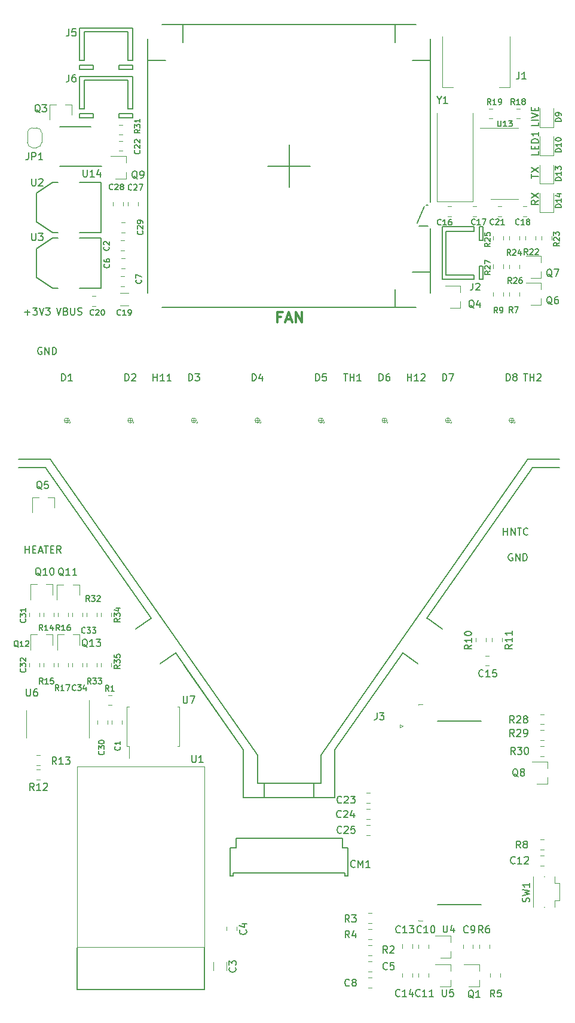
<source format=gbr>
G04 #@! TF.GenerationSoftware,KiCad,Pcbnew,5.1.5+dfsg1-2build2*
G04 #@! TF.CreationDate,2022-08-16T14:09:05+02:00*
G04 #@! TF.ProjectId,qCamPCR,7143616d-5043-4522-9e6b-696361645f70,rev?*
G04 #@! TF.SameCoordinates,Original*
G04 #@! TF.FileFunction,Legend,Top*
G04 #@! TF.FilePolarity,Positive*
%FSLAX46Y46*%
G04 Gerber Fmt 4.6, Leading zero omitted, Abs format (unit mm)*
G04 Created by KiCad (PCBNEW 5.1.5+dfsg1-2build2) date 2022-08-16 14:09:05*
%MOMM*%
%LPD*%
G04 APERTURE LIST*
%ADD10C,0.150000*%
%ADD11C,0.300000*%
%ADD12C,0.150001*%
%ADD13C,0.120000*%
%ADD14C,0.050000*%
%ADD15C,0.100000*%
G04 APERTURE END LIST*
D10*
X97000000Y-51692091D02*
X103000000Y-51692091D01*
X100000000Y-48692091D02*
X100000000Y-54692091D01*
D11*
X98857714Y-73042857D02*
X98357714Y-73042857D01*
X98357714Y-73828571D02*
X98357714Y-72328571D01*
X99072000Y-72328571D01*
X99572000Y-73400000D02*
X100286285Y-73400000D01*
X99429142Y-73828571D02*
X99929142Y-72328571D01*
X100429142Y-73828571D01*
X100929142Y-73828571D02*
X100929142Y-72328571D01*
X101786285Y-73828571D01*
X101786285Y-72328571D01*
D10*
X130377023Y-103944880D02*
X130377023Y-102944880D01*
X130377023Y-103421071D02*
X130948452Y-103421071D01*
X130948452Y-103944880D02*
X130948452Y-102944880D01*
X131424642Y-103944880D02*
X131424642Y-102944880D01*
X131996071Y-103944880D01*
X131996071Y-102944880D01*
X132329404Y-102944880D02*
X132900833Y-102944880D01*
X132615119Y-103944880D02*
X132615119Y-102944880D01*
X133805595Y-103849642D02*
X133757976Y-103897261D01*
X133615119Y-103944880D01*
X133519880Y-103944880D01*
X133377023Y-103897261D01*
X133281785Y-103802023D01*
X133234166Y-103706785D01*
X133186547Y-103516309D01*
X133186547Y-103373452D01*
X133234166Y-103182976D01*
X133281785Y-103087738D01*
X133377023Y-102992500D01*
X133519880Y-102944880D01*
X133615119Y-102944880D01*
X133757976Y-102992500D01*
X133805595Y-103040119D01*
X131623095Y-106612000D02*
X131527857Y-106564380D01*
X131385000Y-106564380D01*
X131242142Y-106612000D01*
X131146904Y-106707238D01*
X131099285Y-106802476D01*
X131051666Y-106992952D01*
X131051666Y-107135809D01*
X131099285Y-107326285D01*
X131146904Y-107421523D01*
X131242142Y-107516761D01*
X131385000Y-107564380D01*
X131480238Y-107564380D01*
X131623095Y-107516761D01*
X131670714Y-107469142D01*
X131670714Y-107135809D01*
X131480238Y-107135809D01*
X132099285Y-107564380D02*
X132099285Y-106564380D01*
X132670714Y-107564380D01*
X132670714Y-106564380D01*
X133146904Y-107564380D02*
X133146904Y-106564380D01*
X133385000Y-106564380D01*
X133527857Y-106612000D01*
X133623095Y-106707238D01*
X133670714Y-106802476D01*
X133718333Y-106992952D01*
X133718333Y-107135809D01*
X133670714Y-107326285D01*
X133623095Y-107421523D01*
X133527857Y-107516761D01*
X133385000Y-107564380D01*
X133146904Y-107564380D01*
X62638500Y-106484880D02*
X62638500Y-105484880D01*
X62638500Y-105961071D02*
X63209928Y-105961071D01*
X63209928Y-106484880D02*
X63209928Y-105484880D01*
X63686119Y-105961071D02*
X64019452Y-105961071D01*
X64162309Y-106484880D02*
X63686119Y-106484880D01*
X63686119Y-105484880D01*
X64162309Y-105484880D01*
X64543261Y-106199166D02*
X65019452Y-106199166D01*
X64448023Y-106484880D02*
X64781357Y-105484880D01*
X65114690Y-106484880D01*
X65305166Y-105484880D02*
X65876595Y-105484880D01*
X65590880Y-106484880D02*
X65590880Y-105484880D01*
X66209928Y-105961071D02*
X66543261Y-105961071D01*
X66686119Y-106484880D02*
X66209928Y-106484880D01*
X66209928Y-105484880D01*
X66686119Y-105484880D01*
X67686119Y-106484880D02*
X67352785Y-106008690D01*
X67114690Y-106484880D02*
X67114690Y-105484880D01*
X67495642Y-105484880D01*
X67590880Y-105532500D01*
X67638500Y-105580119D01*
X67686119Y-105675357D01*
X67686119Y-105818214D01*
X67638500Y-105913452D01*
X67590880Y-105961071D01*
X67495642Y-106008690D01*
X67114690Y-106008690D01*
X135313880Y-56542166D02*
X134837690Y-56875500D01*
X135313880Y-57113595D02*
X134313880Y-57113595D01*
X134313880Y-56732642D01*
X134361500Y-56637404D01*
X134409119Y-56589785D01*
X134504357Y-56542166D01*
X134647214Y-56542166D01*
X134742452Y-56589785D01*
X134790071Y-56637404D01*
X134837690Y-56732642D01*
X134837690Y-57113595D01*
X134313880Y-56208833D02*
X135313880Y-55542166D01*
X134313880Y-55542166D02*
X135313880Y-56208833D01*
X134313880Y-53390904D02*
X134313880Y-52819476D01*
X135313880Y-53105190D02*
X134313880Y-53105190D01*
X134313880Y-52581380D02*
X135313880Y-51914714D01*
X134313880Y-51914714D02*
X135313880Y-52581380D01*
X135313880Y-49620547D02*
X135313880Y-50096738D01*
X134313880Y-50096738D01*
X134790071Y-49287214D02*
X134790071Y-48953880D01*
X135313880Y-48811023D02*
X135313880Y-49287214D01*
X134313880Y-49287214D01*
X134313880Y-48811023D01*
X135313880Y-48382452D02*
X134313880Y-48382452D01*
X134313880Y-48144357D01*
X134361500Y-48001500D01*
X134456738Y-47906261D01*
X134551976Y-47858642D01*
X134742452Y-47811023D01*
X134885309Y-47811023D01*
X135075785Y-47858642D01*
X135171023Y-47906261D01*
X135266261Y-48001500D01*
X135313880Y-48144357D01*
X135313880Y-48382452D01*
X135313880Y-46858642D02*
X135313880Y-47430071D01*
X135313880Y-47144357D02*
X134313880Y-47144357D01*
X134456738Y-47239595D01*
X134551976Y-47334833D01*
X134599595Y-47430071D01*
X135313880Y-45501023D02*
X135313880Y-45977214D01*
X134313880Y-45977214D01*
X135313880Y-45167690D02*
X134313880Y-45167690D01*
X134313880Y-44834357D02*
X135313880Y-44501023D01*
X134313880Y-44167690D01*
X134790071Y-43834357D02*
X134790071Y-43501023D01*
X135313880Y-43358166D02*
X135313880Y-43834357D01*
X134313880Y-43834357D01*
X134313880Y-43358166D01*
X67051666Y-71766380D02*
X67385000Y-72766380D01*
X67718333Y-71766380D01*
X68385000Y-72242571D02*
X68527857Y-72290190D01*
X68575476Y-72337809D01*
X68623095Y-72433047D01*
X68623095Y-72575904D01*
X68575476Y-72671142D01*
X68527857Y-72718761D01*
X68432619Y-72766380D01*
X68051666Y-72766380D01*
X68051666Y-71766380D01*
X68385000Y-71766380D01*
X68480238Y-71814000D01*
X68527857Y-71861619D01*
X68575476Y-71956857D01*
X68575476Y-72052095D01*
X68527857Y-72147333D01*
X68480238Y-72194952D01*
X68385000Y-72242571D01*
X68051666Y-72242571D01*
X69051666Y-71766380D02*
X69051666Y-72575904D01*
X69099285Y-72671142D01*
X69146904Y-72718761D01*
X69242142Y-72766380D01*
X69432619Y-72766380D01*
X69527857Y-72718761D01*
X69575476Y-72671142D01*
X69623095Y-72575904D01*
X69623095Y-71766380D01*
X70051666Y-72718761D02*
X70194523Y-72766380D01*
X70432619Y-72766380D01*
X70527857Y-72718761D01*
X70575476Y-72671142D01*
X70623095Y-72575904D01*
X70623095Y-72480666D01*
X70575476Y-72385428D01*
X70527857Y-72337809D01*
X70432619Y-72290190D01*
X70242142Y-72242571D01*
X70146904Y-72194952D01*
X70099285Y-72147333D01*
X70051666Y-72052095D01*
X70051666Y-71956857D01*
X70099285Y-71861619D01*
X70146904Y-71814000D01*
X70242142Y-71766380D01*
X70480238Y-71766380D01*
X70623095Y-71814000D01*
X64948095Y-77402000D02*
X64852857Y-77354380D01*
X64710000Y-77354380D01*
X64567142Y-77402000D01*
X64471904Y-77497238D01*
X64424285Y-77592476D01*
X64376666Y-77782952D01*
X64376666Y-77925809D01*
X64424285Y-78116285D01*
X64471904Y-78211523D01*
X64567142Y-78306761D01*
X64710000Y-78354380D01*
X64805238Y-78354380D01*
X64948095Y-78306761D01*
X64995714Y-78259142D01*
X64995714Y-77925809D01*
X64805238Y-77925809D01*
X65424285Y-78354380D02*
X65424285Y-77354380D01*
X65995714Y-78354380D01*
X65995714Y-77354380D01*
X66471904Y-78354380D02*
X66471904Y-77354380D01*
X66710000Y-77354380D01*
X66852857Y-77402000D01*
X66948095Y-77497238D01*
X66995714Y-77592476D01*
X67043333Y-77782952D01*
X67043333Y-77925809D01*
X66995714Y-78116285D01*
X66948095Y-78211523D01*
X66852857Y-78306761D01*
X66710000Y-78354380D01*
X66471904Y-78354380D01*
X62551095Y-72385428D02*
X63313000Y-72385428D01*
X62932047Y-72766380D02*
X62932047Y-72004476D01*
X63693952Y-71766380D02*
X64313000Y-71766380D01*
X63979666Y-72147333D01*
X64122523Y-72147333D01*
X64217761Y-72194952D01*
X64265380Y-72242571D01*
X64313000Y-72337809D01*
X64313000Y-72575904D01*
X64265380Y-72671142D01*
X64217761Y-72718761D01*
X64122523Y-72766380D01*
X63836809Y-72766380D01*
X63741571Y-72718761D01*
X63693952Y-72671142D01*
X64598714Y-71766380D02*
X64932047Y-72766380D01*
X65265380Y-71766380D01*
X65503476Y-71766380D02*
X66122523Y-71766380D01*
X65789190Y-72147333D01*
X65932047Y-72147333D01*
X66027285Y-72194952D01*
X66074904Y-72242571D01*
X66122523Y-72337809D01*
X66122523Y-72575904D01*
X66074904Y-72671142D01*
X66027285Y-72718761D01*
X65932047Y-72766380D01*
X65646333Y-72766380D01*
X65551095Y-72718761D01*
X65503476Y-72671142D01*
X121000000Y-156295501D02*
X127203655Y-156295501D01*
X121000000Y-130295501D02*
X127203655Y-130295501D01*
D12*
X114969062Y-31669433D02*
X114969062Y-34174613D01*
X114969190Y-71681075D02*
X114969062Y-69175902D01*
X80426570Y-115715503D02*
X65501593Y-94368916D01*
X78274273Y-117232705D02*
X80426570Y-115715503D01*
X93499077Y-134341770D02*
X85154513Y-122424746D01*
X93499077Y-141107068D02*
X93499077Y-134341770D01*
X106501277Y-141107068D02*
X93499077Y-141107068D01*
X106501277Y-134341770D02*
X106501277Y-141107068D01*
X138291803Y-94369115D02*
X134445606Y-94369104D01*
X118250710Y-122137301D02*
X116098403Y-120620099D01*
X114969133Y-31669858D02*
X117968261Y-31669787D01*
X119979681Y-33680973D02*
X119979422Y-36680147D01*
X119979376Y-66671430D02*
X119979422Y-60531985D01*
X119979493Y-66671182D02*
X117474242Y-66671430D01*
X84977992Y-31670142D02*
X84978134Y-34174967D01*
X84978087Y-31669858D02*
X114969062Y-31670142D01*
X79967773Y-36680147D02*
X82472953Y-36680147D01*
X119979422Y-36680147D02*
X117474242Y-36680147D01*
X116099919Y-120633272D02*
X106501029Y-134341664D01*
X93499077Y-134341770D02*
X83900187Y-120633378D01*
X83900435Y-120633272D02*
X81718143Y-122161403D01*
X119542106Y-115717533D02*
X121724398Y-117245665D01*
X104500748Y-135105834D02*
X133844561Y-93198909D01*
X61693674Y-93198909D02*
X66155793Y-93198909D01*
X104500748Y-139106538D02*
X104500748Y-135105834D01*
X133844561Y-93198909D02*
X138306326Y-93198909D01*
X95499252Y-135105834D02*
X95499252Y-139106893D01*
X66155793Y-93198909D02*
X95499394Y-135105834D01*
X103500660Y-139106538D02*
X103500660Y-141106713D01*
X96499694Y-139106538D02*
X96499694Y-141106713D01*
X95499252Y-139106538D02*
X104501102Y-139106538D01*
X119626663Y-60178917D02*
X118427196Y-60179013D01*
X118145176Y-59755521D02*
X119168405Y-57356232D01*
X119450521Y-57180033D02*
X119626805Y-57180168D01*
X134445748Y-94368998D02*
X119520771Y-115715584D01*
X119979380Y-56827139D02*
X119979422Y-36680502D01*
X65531004Y-94399227D02*
X61694028Y-94399227D01*
X84978027Y-71681720D02*
X81978934Y-71681436D01*
X79967791Y-69670296D02*
X79967773Y-66671430D01*
X84978027Y-71681472D02*
X114969417Y-71681436D01*
X79967819Y-66671430D02*
X79967773Y-36680147D01*
X79967880Y-36680431D02*
X79967773Y-33681302D01*
X81979200Y-31669808D02*
X84978134Y-31670142D01*
X117968251Y-71681447D02*
X114969417Y-71681436D01*
X119979454Y-66671136D02*
X119979422Y-69670275D01*
D13*
X75865422Y-45823000D02*
X76382578Y-45823000D01*
X75865422Y-47243000D02*
X76382578Y-47243000D01*
D10*
X71876000Y-46150000D02*
X67476000Y-46150000D01*
X73451000Y-51675000D02*
X67476000Y-51675000D01*
D13*
X84447000Y-131044000D02*
X84447000Y-128284000D01*
X84447000Y-128284000D02*
X84172000Y-128284000D01*
X84447000Y-131044000D02*
X84447000Y-133804000D01*
X84447000Y-133804000D02*
X84172000Y-133804000D01*
X77027000Y-131044000D02*
X77027000Y-128284000D01*
X77027000Y-128284000D02*
X77302000Y-128284000D01*
X77027000Y-131044000D02*
X77027000Y-133804000D01*
X77027000Y-133804000D02*
X77302000Y-133804000D01*
X77302000Y-133804000D02*
X77302000Y-135494000D01*
X133093922Y-57380000D02*
X133611078Y-57380000D01*
X133093922Y-58800000D02*
X133611078Y-58800000D01*
D10*
X69983000Y-168304000D02*
X88017000Y-168304000D01*
X69983000Y-162335000D02*
X69983000Y-168304000D01*
X88017000Y-162335000D02*
X88017000Y-168304000D01*
D14*
X88000000Y-136750000D02*
X88000000Y-162280000D01*
X88000000Y-162280000D02*
X70000000Y-162280000D01*
X70000000Y-162280000D02*
X70000000Y-136750000D01*
X70000000Y-136750000D02*
X88000000Y-136750000D01*
D13*
X122874000Y-163810000D02*
X121414000Y-163810000D01*
X122874000Y-160650000D02*
X120714000Y-160650000D01*
X122874000Y-160650000D02*
X122874000Y-161580000D01*
X122874000Y-163810000D02*
X122874000Y-162880000D01*
X122858000Y-167874000D02*
X122858000Y-166944000D01*
X122858000Y-164714000D02*
X122858000Y-165644000D01*
X122858000Y-164714000D02*
X120698000Y-164714000D01*
X122858000Y-167874000D02*
X121398000Y-167874000D01*
X130475000Y-56377000D02*
X132425000Y-56377000D01*
X130475000Y-56377000D02*
X128525000Y-56377000D01*
X130475000Y-46257000D02*
X132425000Y-46257000D01*
X130475000Y-46257000D02*
X127025000Y-46257000D01*
D10*
X107900000Y-151800000D02*
X92100000Y-151800000D01*
X92450000Y-148200000D02*
X92450000Y-146900000D01*
X107550000Y-148200000D02*
X107550000Y-146900000D01*
X91650000Y-152200000D02*
X91650000Y-148200000D01*
X108350000Y-152200000D02*
X108350000Y-148200000D01*
X108300000Y-152200000D02*
X107900000Y-152200000D01*
X91700000Y-152200000D02*
X92100000Y-152200000D01*
X92450000Y-146900000D02*
X107550000Y-146900000D01*
X108350000Y-148200000D02*
X107550000Y-148200000D01*
X91650000Y-148200000D02*
X92450000Y-148200000D01*
X107900000Y-151800000D02*
X107900000Y-152200000D01*
X92100000Y-151800000D02*
X92100000Y-152200000D01*
D13*
X131230000Y-40560000D02*
X129730000Y-40560000D01*
X131230000Y-40560000D02*
X131230000Y-33300000D01*
X121730000Y-40560000D02*
X121730000Y-33300000D01*
X123230000Y-40560000D02*
X121730000Y-40560000D01*
X118290000Y-158455000D02*
X118290000Y-158565000D01*
X118290000Y-158565000D02*
X118890000Y-158565000D01*
X118290000Y-128025000D02*
X118290000Y-127915000D01*
X118290000Y-127915000D02*
X118890000Y-127915000D01*
X115700000Y-131190000D02*
X116100000Y-130990000D01*
X116100000Y-130990000D02*
X115700000Y-130790000D01*
X115700000Y-130790000D02*
X115700000Y-131190000D01*
D15*
X68850000Y-87698074D02*
G75*
G03X68850000Y-87698074I-350000J0D01*
G01*
D14*
X68500000Y-88048074D02*
X68500000Y-87348074D01*
X68150000Y-87698074D02*
X68850000Y-87698074D01*
D15*
X68800000Y-88048074D02*
X68950000Y-88048074D01*
X68950000Y-88048074D02*
X68950000Y-87848074D01*
X77950000Y-88048074D02*
X77950000Y-87848074D01*
X77800000Y-88048074D02*
X77950000Y-88048074D01*
D14*
X77150000Y-87698074D02*
X77850000Y-87698074D01*
X77500000Y-88048074D02*
X77500000Y-87348074D01*
D15*
X77850000Y-87698074D02*
G75*
G03X77850000Y-87698074I-350000J0D01*
G01*
X86850000Y-87698074D02*
G75*
G03X86850000Y-87698074I-350000J0D01*
G01*
D14*
X86500000Y-88048074D02*
X86500000Y-87348074D01*
X86150000Y-87698074D02*
X86850000Y-87698074D01*
D15*
X86800000Y-88048074D02*
X86950000Y-88048074D01*
X86950000Y-88048074D02*
X86950000Y-87848074D01*
X95950000Y-88048074D02*
X95950000Y-87848074D01*
X95800000Y-88048074D02*
X95950000Y-88048074D01*
D14*
X95150000Y-87698074D02*
X95850000Y-87698074D01*
X95500000Y-88048074D02*
X95500000Y-87348074D01*
D15*
X95850000Y-87698074D02*
G75*
G03X95850000Y-87698074I-350000J0D01*
G01*
X104950000Y-88048074D02*
X104950000Y-87848074D01*
X104800000Y-88048074D02*
X104950000Y-88048074D01*
D14*
X104150000Y-87698074D02*
X104850000Y-87698074D01*
X104500000Y-88048074D02*
X104500000Y-87348074D01*
D15*
X104850000Y-87698074D02*
G75*
G03X104850000Y-87698074I-350000J0D01*
G01*
X113850000Y-87698074D02*
G75*
G03X113850000Y-87698074I-350000J0D01*
G01*
D14*
X113500000Y-88048074D02*
X113500000Y-87348074D01*
X113150000Y-87698074D02*
X113850000Y-87698074D01*
D15*
X113800000Y-88048074D02*
X113950000Y-88048074D01*
X113950000Y-88048074D02*
X113950000Y-87848074D01*
X122950000Y-88048074D02*
X122950000Y-87848074D01*
X122800000Y-88048074D02*
X122950000Y-88048074D01*
D14*
X122150000Y-87698074D02*
X122850000Y-87698074D01*
X122500000Y-88048074D02*
X122500000Y-87348074D01*
D15*
X122850000Y-87698074D02*
G75*
G03X122850000Y-87698074I-350000J0D01*
G01*
X131850000Y-87698074D02*
G75*
G03X131850000Y-87698074I-350000J0D01*
G01*
D14*
X131500000Y-88048074D02*
X131500000Y-87348074D01*
X131150000Y-87698074D02*
X131850000Y-87698074D01*
D15*
X131800000Y-88048074D02*
X131950000Y-88048074D01*
X131950000Y-88048074D02*
X131950000Y-87848074D01*
D13*
X111688578Y-162028000D02*
X111171422Y-162028000D01*
X111688578Y-163448000D02*
X111171422Y-163448000D01*
X111171422Y-157456000D02*
X111688578Y-157456000D01*
X111171422Y-158876000D02*
X111688578Y-158876000D01*
X111688578Y-159742000D02*
X111171422Y-159742000D01*
X111688578Y-161162000D02*
X111171422Y-161162000D01*
X129920000Y-166552578D02*
X129920000Y-166035422D01*
X128500000Y-166552578D02*
X128500000Y-166035422D01*
X128396000Y-162488578D02*
X128396000Y-161971422D01*
X126976000Y-162488578D02*
X126976000Y-161971422D01*
X131167000Y-70081078D02*
X131167000Y-69563922D01*
X132587000Y-70081078D02*
X132587000Y-69563922D01*
X135555422Y-147042000D02*
X136072578Y-147042000D01*
X135555422Y-148462000D02*
X136072578Y-148462000D01*
X128881000Y-70111078D02*
X128881000Y-69593922D01*
X130301000Y-70111078D02*
X130301000Y-69593922D01*
X132178922Y-44972000D02*
X132696078Y-44972000D01*
X132178922Y-43552000D02*
X132696078Y-43552000D01*
X128303922Y-43552000D02*
X128821078Y-43552000D01*
X128303922Y-44972000D02*
X128821078Y-44972000D01*
X133453000Y-61626422D02*
X133453000Y-62143578D01*
X134873000Y-61626422D02*
X134873000Y-62143578D01*
X137159000Y-61641422D02*
X137159000Y-62158578D01*
X135739000Y-61641422D02*
X135739000Y-62158578D01*
X132587000Y-61641422D02*
X132587000Y-62158578D01*
X131167000Y-61641422D02*
X131167000Y-62158578D01*
X128881000Y-61641422D02*
X128881000Y-62158578D01*
X130301000Y-61641422D02*
X130301000Y-62158578D01*
X132587000Y-66174078D02*
X132587000Y-65656922D01*
X131167000Y-66174078D02*
X131167000Y-65656922D01*
X130301000Y-66144078D02*
X130301000Y-65626922D01*
X128881000Y-66144078D02*
X128881000Y-65626922D01*
X136072578Y-129315001D02*
X135555422Y-129315001D01*
X136072578Y-130735001D02*
X135555422Y-130735001D01*
X136072578Y-132968000D02*
X135555422Y-132968000D01*
X136072578Y-131548000D02*
X135555422Y-131548000D01*
X136072578Y-133834000D02*
X135555422Y-133834000D01*
X136072578Y-135254000D02*
X135555422Y-135254000D01*
X126468000Y-118537422D02*
X126468000Y-119054578D01*
X127888000Y-118537422D02*
X127888000Y-119054578D01*
X130174000Y-118537422D02*
X130174000Y-119054578D01*
X128754000Y-118537422D02*
X128754000Y-119054578D01*
X64698578Y-137136000D02*
X64181422Y-137136000D01*
X64698578Y-138556000D02*
X64181422Y-138556000D01*
X64181422Y-135104000D02*
X64698578Y-135104000D01*
X64181422Y-136524000D02*
X64698578Y-136524000D01*
X65254000Y-115498578D02*
X65254000Y-114981422D01*
X66674000Y-115498578D02*
X66674000Y-114981422D01*
X65254000Y-122610578D02*
X65254000Y-122093422D01*
X66674000Y-122610578D02*
X66674000Y-122093422D01*
X68706000Y-115498578D02*
X68706000Y-114981422D01*
X67286000Y-115498578D02*
X67286000Y-114981422D01*
X68706000Y-122610578D02*
X68706000Y-122093422D01*
X67286000Y-122610578D02*
X67286000Y-122093422D01*
X72770000Y-115498578D02*
X72770000Y-114981422D01*
X71350000Y-115498578D02*
X71350000Y-114981422D01*
X72770000Y-122610578D02*
X72770000Y-122093422D01*
X71350000Y-122610578D02*
X71350000Y-122093422D01*
X73382000Y-115498578D02*
X73382000Y-114981422D01*
X74802000Y-115498578D02*
X74802000Y-114981422D01*
X73382000Y-122610578D02*
X73382000Y-122093422D01*
X74802000Y-122610578D02*
X74802000Y-122093422D01*
D10*
X70282000Y-61138000D02*
X73330000Y-61138000D01*
X73330000Y-61138000D02*
X73330000Y-54026000D01*
X73330000Y-54026000D02*
X70282000Y-54026000D01*
X67234000Y-61138000D02*
X66472000Y-61138000D01*
X66472000Y-61138000D02*
X64186000Y-59614000D01*
X64186000Y-59614000D02*
X64186000Y-55550000D01*
X64186000Y-55550000D02*
X66472000Y-54026000D01*
X66472000Y-54026000D02*
X67234000Y-54026000D01*
X66472000Y-61836500D02*
X67234000Y-61836500D01*
X64186000Y-63360500D02*
X66472000Y-61836500D01*
X64186000Y-67424500D02*
X64186000Y-63360500D01*
X66472000Y-68948500D02*
X64186000Y-67424500D01*
X67234000Y-68948500D02*
X66472000Y-68948500D01*
X73330000Y-61836500D02*
X70282000Y-61836500D01*
X73330000Y-68948500D02*
X73330000Y-61836500D01*
X70282000Y-68948500D02*
X73330000Y-68948500D01*
D13*
X76119422Y-62206000D02*
X76636578Y-62206000D01*
X76119422Y-63626000D02*
X76636578Y-63626000D01*
X91162000Y-159431422D02*
X91162000Y-159948578D01*
X92582000Y-159431422D02*
X92582000Y-159948578D01*
X111688578Y-165734000D02*
X111171422Y-165734000D01*
X111688578Y-164314000D02*
X111171422Y-164314000D01*
X76197922Y-64746000D02*
X76715078Y-64746000D01*
X76197922Y-66166000D02*
X76715078Y-66166000D01*
X76119422Y-68706000D02*
X76636578Y-68706000D01*
X76119422Y-67286000D02*
X76636578Y-67286000D01*
X111171422Y-168020000D02*
X111688578Y-168020000D01*
X111171422Y-166600000D02*
X111688578Y-166600000D01*
X124626500Y-162425078D02*
X124626500Y-161907922D01*
X126046500Y-162425078D02*
X126046500Y-161907922D01*
X118340000Y-162425078D02*
X118340000Y-161907922D01*
X119760000Y-162425078D02*
X119760000Y-161907922D01*
X119760000Y-166552578D02*
X119760000Y-166035422D01*
X118340000Y-166552578D02*
X118340000Y-166035422D01*
X136072578Y-150748000D02*
X135555422Y-150748000D01*
X136072578Y-149328000D02*
X135555422Y-149328000D01*
X116054000Y-162410078D02*
X116054000Y-161892922D01*
X117474000Y-162410078D02*
X117474000Y-161892922D01*
X117474000Y-166552578D02*
X117474000Y-166035422D01*
X116054000Y-166552578D02*
X116054000Y-166035422D01*
X127808422Y-122427000D02*
X128325578Y-122427000D01*
X127808422Y-121007000D02*
X128325578Y-121007000D01*
X122425922Y-58800000D02*
X122943078Y-58800000D01*
X122425922Y-57380000D02*
X122943078Y-57380000D01*
X126499078Y-57380000D02*
X125981922Y-57380000D01*
X126499078Y-58800000D02*
X125981922Y-58800000D01*
X72055422Y-70080000D02*
X72572578Y-70080000D01*
X72055422Y-71500000D02*
X72572578Y-71500000D01*
X129537922Y-57380000D02*
X130055078Y-57380000D01*
X129537922Y-58800000D02*
X130055078Y-58800000D01*
X76382578Y-48109000D02*
X75865422Y-48109000D01*
X76382578Y-49529000D02*
X75865422Y-49529000D01*
X110917422Y-141858000D02*
X111434578Y-141858000D01*
X110917422Y-140438000D02*
X111434578Y-140438000D01*
X110917422Y-144144000D02*
X111434578Y-144144000D01*
X110917422Y-142724000D02*
X111434578Y-142724000D01*
X110917422Y-145010000D02*
X111434578Y-145010000D01*
X110917422Y-146430000D02*
X111434578Y-146430000D01*
X77192000Y-56815422D02*
X77192000Y-57332578D01*
X78612000Y-56815422D02*
X78612000Y-57332578D01*
X76453000Y-56815422D02*
X76453000Y-57332578D01*
X75033000Y-56815422D02*
X75033000Y-57332578D01*
X76197922Y-59666000D02*
X76715078Y-59666000D01*
X76197922Y-61086000D02*
X76715078Y-61086000D01*
X74294000Y-130221422D02*
X74294000Y-130738578D01*
X72874000Y-130221422D02*
X72874000Y-130738578D01*
X64642000Y-114981422D02*
X64642000Y-115498578D01*
X63222000Y-114981422D02*
X63222000Y-115498578D01*
X63222000Y-122093422D02*
X63222000Y-122610578D01*
X64642000Y-122093422D02*
X64642000Y-122610578D01*
X69318000Y-114981422D02*
X69318000Y-115498578D01*
X70738000Y-114981422D02*
X70738000Y-115498578D01*
X70738000Y-122093422D02*
X70738000Y-122610578D01*
X69318000Y-122093422D02*
X69318000Y-122610578D01*
X62799000Y-130734000D02*
X62799000Y-132684000D01*
X62799000Y-130734000D02*
X62799000Y-128784000D01*
X71669000Y-130734000D02*
X71669000Y-132684000D01*
X71669000Y-130734000D02*
X71669000Y-127284000D01*
X137460000Y-46185000D02*
X137460000Y-43500000D01*
X135540000Y-46185000D02*
X137460000Y-46185000D01*
X135540000Y-43500000D02*
X135540000Y-46185000D01*
X135540000Y-47500000D02*
X135540000Y-50185000D01*
X135540000Y-50185000D02*
X137460000Y-50185000D01*
X137460000Y-50185000D02*
X137460000Y-47500000D01*
X137460000Y-54185000D02*
X137460000Y-51500000D01*
X135540000Y-54185000D02*
X137460000Y-54185000D01*
X135540000Y-51500000D02*
X135540000Y-54185000D01*
X135540000Y-55500000D02*
X135540000Y-58185000D01*
X135540000Y-58185000D02*
X137460000Y-58185000D01*
X137460000Y-58185000D02*
X137460000Y-55500000D01*
D10*
X121675000Y-67750000D02*
X121675000Y-60250000D01*
X126200000Y-67750000D02*
X121675000Y-67750000D01*
X127475000Y-62175000D02*
X127475000Y-60250000D01*
X126200000Y-60250000D02*
X121675000Y-60250000D01*
X127475000Y-67683000D02*
X127475000Y-65825000D01*
X126200000Y-67100000D02*
X122200000Y-67100000D01*
X126200000Y-60900000D02*
X122200000Y-60900000D01*
X122200000Y-67100000D02*
X122200000Y-60900000D01*
X126950000Y-67750000D02*
X126950000Y-65825000D01*
X126950000Y-62175000D02*
X126950000Y-60250000D01*
X127413000Y-65825000D02*
X126950000Y-65825000D01*
X127413000Y-62175000D02*
X126950000Y-62175000D01*
X126950000Y-67750000D02*
X127475000Y-67750000D01*
X126950000Y-60250000D02*
X127475000Y-60250000D01*
X126200000Y-67750000D02*
X126200000Y-67100000D01*
X126200000Y-60900000D02*
X126200000Y-60317000D01*
X77192000Y-36684000D02*
X77775000Y-36684000D01*
X70342000Y-36684000D02*
X70992000Y-36684000D01*
X77842000Y-37434000D02*
X77842000Y-37959000D01*
X70342000Y-37434000D02*
X70342000Y-37959000D01*
X75917000Y-37897000D02*
X75917000Y-37434000D01*
X72267000Y-37897000D02*
X72267000Y-37434000D01*
X75917000Y-37434000D02*
X77842000Y-37434000D01*
X70342000Y-37434000D02*
X72267000Y-37434000D01*
X70992000Y-32684000D02*
X77192000Y-32684000D01*
X77192000Y-36684000D02*
X77192000Y-32684000D01*
X70992000Y-36684000D02*
X70992000Y-32684000D01*
X70409000Y-37959000D02*
X72267000Y-37959000D01*
X77842000Y-36684000D02*
X77842000Y-32159000D01*
X75917000Y-37959000D02*
X77842000Y-37959000D01*
X70342000Y-36684000D02*
X70342000Y-32159000D01*
X70342000Y-32159000D02*
X77842000Y-32159000D01*
X70342000Y-39017000D02*
X77842000Y-39017000D01*
X70342000Y-43542000D02*
X70342000Y-39017000D01*
X75917000Y-44817000D02*
X77842000Y-44817000D01*
X77842000Y-43542000D02*
X77842000Y-39017000D01*
X70409000Y-44817000D02*
X72267000Y-44817000D01*
X70992000Y-43542000D02*
X70992000Y-39542000D01*
X77192000Y-43542000D02*
X77192000Y-39542000D01*
X70992000Y-39542000D02*
X77192000Y-39542000D01*
X70342000Y-44292000D02*
X72267000Y-44292000D01*
X75917000Y-44292000D02*
X77842000Y-44292000D01*
X72267000Y-44755000D02*
X72267000Y-44292000D01*
X75917000Y-44755000D02*
X75917000Y-44292000D01*
X70342000Y-44292000D02*
X70342000Y-44817000D01*
X77842000Y-44292000D02*
X77842000Y-44817000D01*
X70342000Y-43542000D02*
X70992000Y-43542000D01*
X77192000Y-43542000D02*
X77775000Y-43542000D01*
D13*
X69195000Y-42979000D02*
X68265000Y-42979000D01*
X66035000Y-42979000D02*
X66965000Y-42979000D01*
X66035000Y-42979000D02*
X66035000Y-45139000D01*
X69195000Y-42979000D02*
X69195000Y-44439000D01*
X124260000Y-71796000D02*
X122800000Y-71796000D01*
X124260000Y-68636000D02*
X122100000Y-68636000D01*
X124260000Y-68636000D02*
X124260000Y-69566000D01*
X124260000Y-71796000D02*
X124260000Y-70866000D01*
X66782000Y-98605000D02*
X66782000Y-100065000D01*
X63622000Y-98605000D02*
X63622000Y-100765000D01*
X63622000Y-98605000D02*
X64552000Y-98605000D01*
X66782000Y-98605000D02*
X65852000Y-98605000D01*
X136574000Y-139172000D02*
X135114000Y-139172000D01*
X136574000Y-136012000D02*
X134414000Y-136012000D01*
X136574000Y-136012000D02*
X136574000Y-136942000D01*
X136574000Y-139172000D02*
X136574000Y-138242000D01*
X76884000Y-53447000D02*
X76884000Y-52517000D01*
X76884000Y-50287000D02*
X76884000Y-51217000D01*
X76884000Y-50287000D02*
X74724000Y-50287000D01*
X76884000Y-53447000D02*
X75424000Y-53447000D01*
X66528000Y-110924000D02*
X65598000Y-110924000D01*
X63368000Y-110924000D02*
X64298000Y-110924000D01*
X63368000Y-110924000D02*
X63368000Y-113084000D01*
X66528000Y-110924000D02*
X66528000Y-112384000D01*
X66528000Y-118036000D02*
X65598000Y-118036000D01*
X63368000Y-118036000D02*
X64298000Y-118036000D01*
X63368000Y-118036000D02*
X63368000Y-120196000D01*
X66528000Y-118036000D02*
X66528000Y-119496000D01*
X70272000Y-110940000D02*
X69342000Y-110940000D01*
X67112000Y-110940000D02*
X68042000Y-110940000D01*
X67112000Y-110940000D02*
X67112000Y-113100000D01*
X70272000Y-110940000D02*
X70272000Y-112400000D01*
X70338000Y-118036000D02*
X70338000Y-119496000D01*
X67178000Y-118036000D02*
X67178000Y-120196000D01*
X67178000Y-118036000D02*
X68108000Y-118036000D01*
X70338000Y-118036000D02*
X69408000Y-118036000D01*
X120950000Y-44130000D02*
X120950000Y-56730000D01*
X120950000Y-56730000D02*
X126050000Y-56730000D01*
X126050000Y-56730000D02*
X126050000Y-44130000D01*
X135701000Y-71354000D02*
X134241000Y-71354000D01*
X135701000Y-68194000D02*
X133541000Y-68194000D01*
X135701000Y-68194000D02*
X135701000Y-69124000D01*
X135701000Y-71354000D02*
X135701000Y-70424000D01*
X135701000Y-67544000D02*
X135701000Y-66614000D01*
X135701000Y-64384000D02*
X135701000Y-65314000D01*
X135701000Y-64384000D02*
X133541000Y-64384000D01*
X135701000Y-67544000D02*
X134241000Y-67544000D01*
X62932000Y-46961000D02*
G75*
G02X63632000Y-46261000I700000J0D01*
G01*
X64232000Y-46261000D02*
G75*
G02X64932000Y-46961000I0J-700000D01*
G01*
X64932000Y-48361000D02*
G75*
G02X64232000Y-49061000I-700000J0D01*
G01*
X63632000Y-49061000D02*
G75*
G02X62932000Y-48361000I0J700000D01*
G01*
X64232000Y-49061000D02*
X63632000Y-49061000D01*
X64932000Y-46961000D02*
X64932000Y-48361000D01*
X63632000Y-46261000D02*
X64232000Y-46261000D01*
X62932000Y-48361000D02*
X62932000Y-46961000D01*
X138256000Y-153200000D02*
X137656000Y-153200000D01*
X138256000Y-155700000D02*
X137656000Y-155700000D01*
X138256000Y-153200000D02*
X138256000Y-155700000D01*
X136056000Y-156650000D02*
X136156000Y-156650000D01*
X134556000Y-152250000D02*
X134556000Y-156650000D01*
X137656000Y-153200000D02*
X137656000Y-152250000D01*
X136056000Y-152250000D02*
X136156000Y-152250000D01*
X137656000Y-156650000D02*
X137656000Y-155700000D01*
X126922000Y-167874000D02*
X126922000Y-166944000D01*
X126922000Y-164714000D02*
X126922000Y-165644000D01*
X126922000Y-164714000D02*
X124762000Y-164714000D01*
X126922000Y-167874000D02*
X125462000Y-167874000D01*
X91131000Y-164418936D02*
X91131000Y-165623064D01*
X89311000Y-164418936D02*
X89311000Y-165623064D01*
X76029936Y-71446000D02*
X77234064Y-71446000D01*
X76029936Y-69626000D02*
X77234064Y-69626000D01*
X76326000Y-130221422D02*
X76326000Y-130738578D01*
X74906000Y-130221422D02*
X74906000Y-130738578D01*
X74341422Y-126595000D02*
X74858578Y-126595000D01*
X74341422Y-128015000D02*
X74858578Y-128015000D01*
D10*
X78898904Y-46539285D02*
X78517952Y-46805952D01*
X78898904Y-46996428D02*
X78098904Y-46996428D01*
X78098904Y-46691666D01*
X78137000Y-46615476D01*
X78175095Y-46577380D01*
X78251285Y-46539285D01*
X78365571Y-46539285D01*
X78441761Y-46577380D01*
X78479857Y-46615476D01*
X78517952Y-46691666D01*
X78517952Y-46996428D01*
X78098904Y-46272619D02*
X78098904Y-45777380D01*
X78403666Y-46044047D01*
X78403666Y-45929761D01*
X78441761Y-45853571D01*
X78479857Y-45815476D01*
X78556047Y-45777380D01*
X78746523Y-45777380D01*
X78822714Y-45815476D01*
X78860809Y-45853571D01*
X78898904Y-45929761D01*
X78898904Y-46158333D01*
X78860809Y-46234523D01*
X78822714Y-46272619D01*
X78898904Y-45015476D02*
X78898904Y-45472619D01*
X78898904Y-45244047D02*
X78098904Y-45244047D01*
X78213190Y-45320238D01*
X78289380Y-45396428D01*
X78327476Y-45472619D01*
X70821904Y-52208380D02*
X70821904Y-53017904D01*
X70869523Y-53113142D01*
X70917142Y-53160761D01*
X71012380Y-53208380D01*
X71202857Y-53208380D01*
X71298095Y-53160761D01*
X71345714Y-53113142D01*
X71393333Y-53017904D01*
X71393333Y-52208380D01*
X72393333Y-53208380D02*
X71821904Y-53208380D01*
X72107619Y-53208380D02*
X72107619Y-52208380D01*
X72012380Y-52351238D01*
X71917142Y-52446476D01*
X71821904Y-52494095D01*
X73250476Y-52541714D02*
X73250476Y-53208380D01*
X73012380Y-52160761D02*
X72774285Y-52875047D01*
X73393333Y-52875047D01*
X85014095Y-126757380D02*
X85014095Y-127566904D01*
X85061714Y-127662142D01*
X85109333Y-127709761D01*
X85204571Y-127757380D01*
X85395047Y-127757380D01*
X85490285Y-127709761D01*
X85537904Y-127662142D01*
X85585523Y-127566904D01*
X85585523Y-126757380D01*
X85966476Y-126757380D02*
X86633142Y-126757380D01*
X86204571Y-127757380D01*
X132569214Y-59899714D02*
X132531119Y-59937809D01*
X132416833Y-59975904D01*
X132340642Y-59975904D01*
X132226357Y-59937809D01*
X132150166Y-59861619D01*
X132112071Y-59785428D01*
X132073976Y-59633047D01*
X132073976Y-59518761D01*
X132112071Y-59366380D01*
X132150166Y-59290190D01*
X132226357Y-59214000D01*
X132340642Y-59175904D01*
X132416833Y-59175904D01*
X132531119Y-59214000D01*
X132569214Y-59252095D01*
X133331119Y-59975904D02*
X132873976Y-59975904D01*
X133102547Y-59975904D02*
X133102547Y-59175904D01*
X133026357Y-59290190D01*
X132950166Y-59366380D01*
X132873976Y-59404476D01*
X133788261Y-59518761D02*
X133712071Y-59480666D01*
X133673976Y-59442571D01*
X133635880Y-59366380D01*
X133635880Y-59328285D01*
X133673976Y-59252095D01*
X133712071Y-59214000D01*
X133788261Y-59175904D01*
X133940642Y-59175904D01*
X134016833Y-59214000D01*
X134054928Y-59252095D01*
X134093023Y-59328285D01*
X134093023Y-59366380D01*
X134054928Y-59442571D01*
X134016833Y-59480666D01*
X133940642Y-59518761D01*
X133788261Y-59518761D01*
X133712071Y-59556857D01*
X133673976Y-59594952D01*
X133635880Y-59671142D01*
X133635880Y-59823523D01*
X133673976Y-59899714D01*
X133712071Y-59937809D01*
X133788261Y-59975904D01*
X133940642Y-59975904D01*
X134016833Y-59937809D01*
X134054928Y-59899714D01*
X134093023Y-59823523D01*
X134093023Y-59671142D01*
X134054928Y-59594952D01*
X134016833Y-59556857D01*
X133940642Y-59518761D01*
X80761904Y-82100880D02*
X80761904Y-81100880D01*
X80761904Y-81577071D02*
X81333333Y-81577071D01*
X81333333Y-82100880D02*
X81333333Y-81100880D01*
X82333333Y-82100880D02*
X81761904Y-82100880D01*
X82047619Y-82100880D02*
X82047619Y-81100880D01*
X81952380Y-81243738D01*
X81857142Y-81338976D01*
X81761904Y-81386595D01*
X83285714Y-82100880D02*
X82714285Y-82100880D01*
X83000000Y-82100880D02*
X83000000Y-81100880D01*
X82904761Y-81243738D01*
X82809523Y-81338976D01*
X82714285Y-81386595D01*
X116761904Y-82100880D02*
X116761904Y-81100880D01*
X116761904Y-81577071D02*
X117333333Y-81577071D01*
X117333333Y-82100880D02*
X117333333Y-81100880D01*
X118333333Y-82100880D02*
X117761904Y-82100880D01*
X118047619Y-82100880D02*
X118047619Y-81100880D01*
X117952380Y-81243738D01*
X117857142Y-81338976D01*
X117761904Y-81386595D01*
X118714285Y-81196119D02*
X118761904Y-81148500D01*
X118857142Y-81100880D01*
X119095238Y-81100880D01*
X119190476Y-81148500D01*
X119238095Y-81196119D01*
X119285714Y-81291357D01*
X119285714Y-81386595D01*
X119238095Y-81529452D01*
X118666666Y-82100880D01*
X119285714Y-82100880D01*
X86220595Y-135139380D02*
X86220595Y-135948904D01*
X86268214Y-136044142D01*
X86315833Y-136091761D01*
X86411071Y-136139380D01*
X86601547Y-136139380D01*
X86696785Y-136091761D01*
X86744404Y-136044142D01*
X86792023Y-135948904D01*
X86792023Y-135139380D01*
X87792023Y-136139380D02*
X87220595Y-136139380D01*
X87506309Y-136139380D02*
X87506309Y-135139380D01*
X87411071Y-135282238D01*
X87315833Y-135377476D01*
X87220595Y-135425095D01*
X121844095Y-159205880D02*
X121844095Y-160015404D01*
X121891714Y-160110642D01*
X121939333Y-160158261D01*
X122034571Y-160205880D01*
X122225047Y-160205880D01*
X122320285Y-160158261D01*
X122367904Y-160110642D01*
X122415523Y-160015404D01*
X122415523Y-159205880D01*
X123320285Y-159539214D02*
X123320285Y-160205880D01*
X123082190Y-159158261D02*
X122844095Y-159872547D01*
X123463142Y-159872547D01*
X121717095Y-168286380D02*
X121717095Y-169095904D01*
X121764714Y-169191142D01*
X121812333Y-169238761D01*
X121907571Y-169286380D01*
X122098047Y-169286380D01*
X122193285Y-169238761D01*
X122240904Y-169191142D01*
X122288523Y-169095904D01*
X122288523Y-168286380D01*
X123240904Y-168286380D02*
X122764714Y-168286380D01*
X122717095Y-168762571D01*
X122764714Y-168714952D01*
X122859952Y-168667333D01*
X123098047Y-168667333D01*
X123193285Y-168714952D01*
X123240904Y-168762571D01*
X123288523Y-168857809D01*
X123288523Y-169095904D01*
X123240904Y-169191142D01*
X123193285Y-169238761D01*
X123098047Y-169286380D01*
X122859952Y-169286380D01*
X122764714Y-169238761D01*
X122717095Y-169191142D01*
X129553023Y-45269404D02*
X129553023Y-45917023D01*
X129591119Y-45993214D01*
X129629214Y-46031309D01*
X129705404Y-46069404D01*
X129857785Y-46069404D01*
X129933976Y-46031309D01*
X129972071Y-45993214D01*
X130010166Y-45917023D01*
X130010166Y-45269404D01*
X130810166Y-46069404D02*
X130353023Y-46069404D01*
X130581595Y-46069404D02*
X130581595Y-45269404D01*
X130505404Y-45383690D01*
X130429214Y-45459880D01*
X130353023Y-45497976D01*
X131076833Y-45269404D02*
X131572071Y-45269404D01*
X131305404Y-45574166D01*
X131419690Y-45574166D01*
X131495880Y-45612261D01*
X131533976Y-45650357D01*
X131572071Y-45726547D01*
X131572071Y-45917023D01*
X131533976Y-45993214D01*
X131495880Y-46031309D01*
X131419690Y-46069404D01*
X131191119Y-46069404D01*
X131114928Y-46031309D01*
X131076833Y-45993214D01*
X109358404Y-150903142D02*
X109310785Y-150950761D01*
X109167928Y-150998380D01*
X109072690Y-150998380D01*
X108929833Y-150950761D01*
X108834595Y-150855523D01*
X108786976Y-150760285D01*
X108739357Y-150569809D01*
X108739357Y-150426952D01*
X108786976Y-150236476D01*
X108834595Y-150141238D01*
X108929833Y-150046000D01*
X109072690Y-149998380D01*
X109167928Y-149998380D01*
X109310785Y-150046000D01*
X109358404Y-150093619D01*
X109786976Y-150998380D02*
X109786976Y-149998380D01*
X110120309Y-150712666D01*
X110453642Y-149998380D01*
X110453642Y-150998380D01*
X111453642Y-150998380D02*
X110882214Y-150998380D01*
X111167928Y-150998380D02*
X111167928Y-149998380D01*
X111072690Y-150141238D01*
X110977452Y-150236476D01*
X110882214Y-150284095D01*
X132559666Y-38365380D02*
X132559666Y-39079666D01*
X132512047Y-39222523D01*
X132416809Y-39317761D01*
X132273952Y-39365380D01*
X132178714Y-39365380D01*
X133559666Y-39365380D02*
X132988238Y-39365380D01*
X133273952Y-39365380D02*
X133273952Y-38365380D01*
X133178714Y-38508238D01*
X133083476Y-38603476D01*
X132988238Y-38651095D01*
X112430166Y-129106880D02*
X112430166Y-129821166D01*
X112382547Y-129964023D01*
X112287309Y-130059261D01*
X112144452Y-130106880D01*
X112049214Y-130106880D01*
X112811119Y-129106880D02*
X113430166Y-129106880D01*
X113096833Y-129487833D01*
X113239690Y-129487833D01*
X113334928Y-129535452D01*
X113382547Y-129583071D01*
X113430166Y-129678309D01*
X113430166Y-129916404D01*
X113382547Y-130011642D01*
X113334928Y-130059261D01*
X113239690Y-130106880D01*
X112953976Y-130106880D01*
X112858738Y-130059261D01*
X112811119Y-130011642D01*
X67761904Y-82100880D02*
X67761904Y-81100880D01*
X68000000Y-81100880D01*
X68142857Y-81148500D01*
X68238095Y-81243738D01*
X68285714Y-81338976D01*
X68333333Y-81529452D01*
X68333333Y-81672309D01*
X68285714Y-81862785D01*
X68238095Y-81958023D01*
X68142857Y-82053261D01*
X68000000Y-82100880D01*
X67761904Y-82100880D01*
X69285714Y-82100880D02*
X68714285Y-82100880D01*
X69000000Y-82100880D02*
X69000000Y-81100880D01*
X68904761Y-81243738D01*
X68809523Y-81338976D01*
X68714285Y-81386595D01*
X76761904Y-82100880D02*
X76761904Y-81100880D01*
X77000000Y-81100880D01*
X77142857Y-81148500D01*
X77238095Y-81243738D01*
X77285714Y-81338976D01*
X77333333Y-81529452D01*
X77333333Y-81672309D01*
X77285714Y-81862785D01*
X77238095Y-81958023D01*
X77142857Y-82053261D01*
X77000000Y-82100880D01*
X76761904Y-82100880D01*
X77714285Y-81196119D02*
X77761904Y-81148500D01*
X77857142Y-81100880D01*
X78095238Y-81100880D01*
X78190476Y-81148500D01*
X78238095Y-81196119D01*
X78285714Y-81291357D01*
X78285714Y-81386595D01*
X78238095Y-81529452D01*
X77666666Y-82100880D01*
X78285714Y-82100880D01*
X85761904Y-82100880D02*
X85761904Y-81100880D01*
X86000000Y-81100880D01*
X86142857Y-81148500D01*
X86238095Y-81243738D01*
X86285714Y-81338976D01*
X86333333Y-81529452D01*
X86333333Y-81672309D01*
X86285714Y-81862785D01*
X86238095Y-81958023D01*
X86142857Y-82053261D01*
X86000000Y-82100880D01*
X85761904Y-82100880D01*
X86666666Y-81100880D02*
X87285714Y-81100880D01*
X86952380Y-81481833D01*
X87095238Y-81481833D01*
X87190476Y-81529452D01*
X87238095Y-81577071D01*
X87285714Y-81672309D01*
X87285714Y-81910404D01*
X87238095Y-82005642D01*
X87190476Y-82053261D01*
X87095238Y-82100880D01*
X86809523Y-82100880D01*
X86714285Y-82053261D01*
X86666666Y-82005642D01*
X94761904Y-82100880D02*
X94761904Y-81100880D01*
X95000000Y-81100880D01*
X95142857Y-81148500D01*
X95238095Y-81243738D01*
X95285714Y-81338976D01*
X95333333Y-81529452D01*
X95333333Y-81672309D01*
X95285714Y-81862785D01*
X95238095Y-81958023D01*
X95142857Y-82053261D01*
X95000000Y-82100880D01*
X94761904Y-82100880D01*
X96190476Y-81434214D02*
X96190476Y-82100880D01*
X95952380Y-81053261D02*
X95714285Y-81767547D01*
X96333333Y-81767547D01*
X103761904Y-82100880D02*
X103761904Y-81100880D01*
X104000000Y-81100880D01*
X104142857Y-81148500D01*
X104238095Y-81243738D01*
X104285714Y-81338976D01*
X104333333Y-81529452D01*
X104333333Y-81672309D01*
X104285714Y-81862785D01*
X104238095Y-81958023D01*
X104142857Y-82053261D01*
X104000000Y-82100880D01*
X103761904Y-82100880D01*
X105238095Y-81100880D02*
X104761904Y-81100880D01*
X104714285Y-81577071D01*
X104761904Y-81529452D01*
X104857142Y-81481833D01*
X105095238Y-81481833D01*
X105190476Y-81529452D01*
X105238095Y-81577071D01*
X105285714Y-81672309D01*
X105285714Y-81910404D01*
X105238095Y-82005642D01*
X105190476Y-82053261D01*
X105095238Y-82100880D01*
X104857142Y-82100880D01*
X104761904Y-82053261D01*
X104714285Y-82005642D01*
X112761904Y-82100880D02*
X112761904Y-81100880D01*
X113000000Y-81100880D01*
X113142857Y-81148500D01*
X113238095Y-81243738D01*
X113285714Y-81338976D01*
X113333333Y-81529452D01*
X113333333Y-81672309D01*
X113285714Y-81862785D01*
X113238095Y-81958023D01*
X113142857Y-82053261D01*
X113000000Y-82100880D01*
X112761904Y-82100880D01*
X114190476Y-81100880D02*
X114000000Y-81100880D01*
X113904761Y-81148500D01*
X113857142Y-81196119D01*
X113761904Y-81338976D01*
X113714285Y-81529452D01*
X113714285Y-81910404D01*
X113761904Y-82005642D01*
X113809523Y-82053261D01*
X113904761Y-82100880D01*
X114095238Y-82100880D01*
X114190476Y-82053261D01*
X114238095Y-82005642D01*
X114285714Y-81910404D01*
X114285714Y-81672309D01*
X114238095Y-81577071D01*
X114190476Y-81529452D01*
X114095238Y-81481833D01*
X113904761Y-81481833D01*
X113809523Y-81529452D01*
X113761904Y-81577071D01*
X113714285Y-81672309D01*
X121761904Y-82100880D02*
X121761904Y-81100880D01*
X122000000Y-81100880D01*
X122142857Y-81148500D01*
X122238095Y-81243738D01*
X122285714Y-81338976D01*
X122333333Y-81529452D01*
X122333333Y-81672309D01*
X122285714Y-81862785D01*
X122238095Y-81958023D01*
X122142857Y-82053261D01*
X122000000Y-82100880D01*
X121761904Y-82100880D01*
X122666666Y-81100880D02*
X123333333Y-81100880D01*
X122904761Y-82100880D01*
X130761904Y-82100880D02*
X130761904Y-81100880D01*
X131000000Y-81100880D01*
X131142857Y-81148500D01*
X131238095Y-81243738D01*
X131285714Y-81338976D01*
X131333333Y-81529452D01*
X131333333Y-81672309D01*
X131285714Y-81862785D01*
X131238095Y-81958023D01*
X131142857Y-82053261D01*
X131000000Y-82100880D01*
X130761904Y-82100880D01*
X131904761Y-81529452D02*
X131809523Y-81481833D01*
X131761904Y-81434214D01*
X131714285Y-81338976D01*
X131714285Y-81291357D01*
X131761904Y-81196119D01*
X131809523Y-81148500D01*
X131904761Y-81100880D01*
X132095238Y-81100880D01*
X132190476Y-81148500D01*
X132238095Y-81196119D01*
X132285714Y-81291357D01*
X132285714Y-81338976D01*
X132238095Y-81434214D01*
X132190476Y-81481833D01*
X132095238Y-81529452D01*
X131904761Y-81529452D01*
X131809523Y-81577071D01*
X131761904Y-81624690D01*
X131714285Y-81719928D01*
X131714285Y-81910404D01*
X131761904Y-82005642D01*
X131809523Y-82053261D01*
X131904761Y-82100880D01*
X132095238Y-82100880D01*
X132190476Y-82053261D01*
X132238095Y-82005642D01*
X132285714Y-81910404D01*
X132285714Y-81719928D01*
X132238095Y-81624690D01*
X132190476Y-81577071D01*
X132095238Y-81529452D01*
X113930333Y-163126880D02*
X113597000Y-162650690D01*
X113358904Y-163126880D02*
X113358904Y-162126880D01*
X113739857Y-162126880D01*
X113835095Y-162174500D01*
X113882714Y-162222119D01*
X113930333Y-162317357D01*
X113930333Y-162460214D01*
X113882714Y-162555452D01*
X113835095Y-162603071D01*
X113739857Y-162650690D01*
X113358904Y-162650690D01*
X114311285Y-162222119D02*
X114358904Y-162174500D01*
X114454142Y-162126880D01*
X114692238Y-162126880D01*
X114787476Y-162174500D01*
X114835095Y-162222119D01*
X114882714Y-162317357D01*
X114882714Y-162412595D01*
X114835095Y-162555452D01*
X114263666Y-163126880D01*
X114882714Y-163126880D01*
X108532833Y-158745380D02*
X108199500Y-158269190D01*
X107961404Y-158745380D02*
X107961404Y-157745380D01*
X108342357Y-157745380D01*
X108437595Y-157793000D01*
X108485214Y-157840619D01*
X108532833Y-157935857D01*
X108532833Y-158078714D01*
X108485214Y-158173952D01*
X108437595Y-158221571D01*
X108342357Y-158269190D01*
X107961404Y-158269190D01*
X108866166Y-157745380D02*
X109485214Y-157745380D01*
X109151880Y-158126333D01*
X109294738Y-158126333D01*
X109389976Y-158173952D01*
X109437595Y-158221571D01*
X109485214Y-158316809D01*
X109485214Y-158554904D01*
X109437595Y-158650142D01*
X109389976Y-158697761D01*
X109294738Y-158745380D01*
X109009023Y-158745380D01*
X108913785Y-158697761D01*
X108866166Y-158650142D01*
X108532833Y-160967880D02*
X108199500Y-160491690D01*
X107961404Y-160967880D02*
X107961404Y-159967880D01*
X108342357Y-159967880D01*
X108437595Y-160015500D01*
X108485214Y-160063119D01*
X108532833Y-160158357D01*
X108532833Y-160301214D01*
X108485214Y-160396452D01*
X108437595Y-160444071D01*
X108342357Y-160491690D01*
X107961404Y-160491690D01*
X109389976Y-160301214D02*
X109389976Y-160967880D01*
X109151880Y-159920261D02*
X108913785Y-160634547D01*
X109532833Y-160634547D01*
X129106833Y-169349880D02*
X128773500Y-168873690D01*
X128535404Y-169349880D02*
X128535404Y-168349880D01*
X128916357Y-168349880D01*
X129011595Y-168397500D01*
X129059214Y-168445119D01*
X129106833Y-168540357D01*
X129106833Y-168683214D01*
X129059214Y-168778452D01*
X129011595Y-168826071D01*
X128916357Y-168873690D01*
X128535404Y-168873690D01*
X130011595Y-168349880D02*
X129535404Y-168349880D01*
X129487785Y-168826071D01*
X129535404Y-168778452D01*
X129630642Y-168730833D01*
X129868738Y-168730833D01*
X129963976Y-168778452D01*
X130011595Y-168826071D01*
X130059214Y-168921309D01*
X130059214Y-169159404D01*
X130011595Y-169254642D01*
X129963976Y-169302261D01*
X129868738Y-169349880D01*
X129630642Y-169349880D01*
X129535404Y-169302261D01*
X129487785Y-169254642D01*
X127455833Y-160269380D02*
X127122500Y-159793190D01*
X126884404Y-160269380D02*
X126884404Y-159269380D01*
X127265357Y-159269380D01*
X127360595Y-159317000D01*
X127408214Y-159364619D01*
X127455833Y-159459857D01*
X127455833Y-159602714D01*
X127408214Y-159697952D01*
X127360595Y-159745571D01*
X127265357Y-159793190D01*
X126884404Y-159793190D01*
X128312976Y-159269380D02*
X128122500Y-159269380D01*
X128027261Y-159317000D01*
X127979642Y-159364619D01*
X127884404Y-159507476D01*
X127836785Y-159697952D01*
X127836785Y-160078904D01*
X127884404Y-160174142D01*
X127932023Y-160221761D01*
X128027261Y-160269380D01*
X128217738Y-160269380D01*
X128312976Y-160221761D01*
X128360595Y-160174142D01*
X128408214Y-160078904D01*
X128408214Y-159840809D01*
X128360595Y-159745571D01*
X128312976Y-159697952D01*
X128217738Y-159650333D01*
X128027261Y-159650333D01*
X127932023Y-159697952D01*
X127884404Y-159745571D01*
X127836785Y-159840809D01*
X131680166Y-72421904D02*
X131413500Y-72040952D01*
X131223023Y-72421904D02*
X131223023Y-71621904D01*
X131527785Y-71621904D01*
X131603976Y-71660000D01*
X131642071Y-71698095D01*
X131680166Y-71774285D01*
X131680166Y-71888571D01*
X131642071Y-71964761D01*
X131603976Y-72002857D01*
X131527785Y-72040952D01*
X131223023Y-72040952D01*
X131946833Y-71621904D02*
X132480166Y-71621904D01*
X132137309Y-72421904D01*
X132789833Y-148267880D02*
X132456500Y-147791690D01*
X132218404Y-148267880D02*
X132218404Y-147267880D01*
X132599357Y-147267880D01*
X132694595Y-147315500D01*
X132742214Y-147363119D01*
X132789833Y-147458357D01*
X132789833Y-147601214D01*
X132742214Y-147696452D01*
X132694595Y-147744071D01*
X132599357Y-147791690D01*
X132218404Y-147791690D01*
X133361261Y-147696452D02*
X133266023Y-147648833D01*
X133218404Y-147601214D01*
X133170785Y-147505976D01*
X133170785Y-147458357D01*
X133218404Y-147363119D01*
X133266023Y-147315500D01*
X133361261Y-147267880D01*
X133551738Y-147267880D01*
X133646976Y-147315500D01*
X133694595Y-147363119D01*
X133742214Y-147458357D01*
X133742214Y-147505976D01*
X133694595Y-147601214D01*
X133646976Y-147648833D01*
X133551738Y-147696452D01*
X133361261Y-147696452D01*
X133266023Y-147744071D01*
X133218404Y-147791690D01*
X133170785Y-147886928D01*
X133170785Y-148077404D01*
X133218404Y-148172642D01*
X133266023Y-148220261D01*
X133361261Y-148267880D01*
X133551738Y-148267880D01*
X133646976Y-148220261D01*
X133694595Y-148172642D01*
X133742214Y-148077404D01*
X133742214Y-147886928D01*
X133694595Y-147791690D01*
X133646976Y-147744071D01*
X133551738Y-147696452D01*
X129521166Y-72485404D02*
X129254500Y-72104452D01*
X129064023Y-72485404D02*
X129064023Y-71685404D01*
X129368785Y-71685404D01*
X129444976Y-71723500D01*
X129483071Y-71761595D01*
X129521166Y-71837785D01*
X129521166Y-71952071D01*
X129483071Y-72028261D01*
X129444976Y-72066357D01*
X129368785Y-72104452D01*
X129064023Y-72104452D01*
X129902119Y-72485404D02*
X130054500Y-72485404D01*
X130130690Y-72447309D01*
X130168785Y-72409214D01*
X130244976Y-72294928D01*
X130283071Y-72142547D01*
X130283071Y-71837785D01*
X130244976Y-71761595D01*
X130206880Y-71723500D01*
X130130690Y-71685404D01*
X129978309Y-71685404D01*
X129902119Y-71723500D01*
X129864023Y-71761595D01*
X129825928Y-71837785D01*
X129825928Y-72028261D01*
X129864023Y-72104452D01*
X129902119Y-72142547D01*
X129978309Y-72180642D01*
X130130690Y-72180642D01*
X130206880Y-72142547D01*
X130244976Y-72104452D01*
X130283071Y-72028261D01*
X131923214Y-42973904D02*
X131656547Y-42592952D01*
X131466071Y-42973904D02*
X131466071Y-42173904D01*
X131770833Y-42173904D01*
X131847023Y-42212000D01*
X131885119Y-42250095D01*
X131923214Y-42326285D01*
X131923214Y-42440571D01*
X131885119Y-42516761D01*
X131847023Y-42554857D01*
X131770833Y-42592952D01*
X131466071Y-42592952D01*
X132685119Y-42973904D02*
X132227976Y-42973904D01*
X132456547Y-42973904D02*
X132456547Y-42173904D01*
X132380357Y-42288190D01*
X132304166Y-42364380D01*
X132227976Y-42402476D01*
X133142261Y-42516761D02*
X133066071Y-42478666D01*
X133027976Y-42440571D01*
X132989880Y-42364380D01*
X132989880Y-42326285D01*
X133027976Y-42250095D01*
X133066071Y-42212000D01*
X133142261Y-42173904D01*
X133294642Y-42173904D01*
X133370833Y-42212000D01*
X133408928Y-42250095D01*
X133447023Y-42326285D01*
X133447023Y-42364380D01*
X133408928Y-42440571D01*
X133370833Y-42478666D01*
X133294642Y-42516761D01*
X133142261Y-42516761D01*
X133066071Y-42554857D01*
X133027976Y-42592952D01*
X132989880Y-42669142D01*
X132989880Y-42821523D01*
X133027976Y-42897714D01*
X133066071Y-42935809D01*
X133142261Y-42973904D01*
X133294642Y-42973904D01*
X133370833Y-42935809D01*
X133408928Y-42897714D01*
X133447023Y-42821523D01*
X133447023Y-42669142D01*
X133408928Y-42592952D01*
X133370833Y-42554857D01*
X133294642Y-42516761D01*
X128568714Y-42957904D02*
X128302047Y-42576952D01*
X128111571Y-42957904D02*
X128111571Y-42157904D01*
X128416333Y-42157904D01*
X128492523Y-42196000D01*
X128530619Y-42234095D01*
X128568714Y-42310285D01*
X128568714Y-42424571D01*
X128530619Y-42500761D01*
X128492523Y-42538857D01*
X128416333Y-42576952D01*
X128111571Y-42576952D01*
X129330619Y-42957904D02*
X128873476Y-42957904D01*
X129102047Y-42957904D02*
X129102047Y-42157904D01*
X129025857Y-42272190D01*
X128949666Y-42348380D01*
X128873476Y-42386476D01*
X129711571Y-42957904D02*
X129863952Y-42957904D01*
X129940142Y-42919809D01*
X129978238Y-42881714D01*
X130054428Y-42767428D01*
X130092523Y-42615047D01*
X130092523Y-42310285D01*
X130054428Y-42234095D01*
X130016333Y-42196000D01*
X129940142Y-42157904D01*
X129787761Y-42157904D01*
X129711571Y-42196000D01*
X129673476Y-42234095D01*
X129635380Y-42310285D01*
X129635380Y-42500761D01*
X129673476Y-42576952D01*
X129711571Y-42615047D01*
X129787761Y-42653142D01*
X129940142Y-42653142D01*
X130016333Y-42615047D01*
X130054428Y-42576952D01*
X130092523Y-42500761D01*
X133775714Y-64230404D02*
X133509047Y-63849452D01*
X133318571Y-64230404D02*
X133318571Y-63430404D01*
X133623333Y-63430404D01*
X133699523Y-63468500D01*
X133737619Y-63506595D01*
X133775714Y-63582785D01*
X133775714Y-63697071D01*
X133737619Y-63773261D01*
X133699523Y-63811357D01*
X133623333Y-63849452D01*
X133318571Y-63849452D01*
X134080476Y-63506595D02*
X134118571Y-63468500D01*
X134194761Y-63430404D01*
X134385238Y-63430404D01*
X134461428Y-63468500D01*
X134499523Y-63506595D01*
X134537619Y-63582785D01*
X134537619Y-63658976D01*
X134499523Y-63773261D01*
X134042380Y-64230404D01*
X134537619Y-64230404D01*
X134842380Y-63506595D02*
X134880476Y-63468500D01*
X134956666Y-63430404D01*
X135147142Y-63430404D01*
X135223333Y-63468500D01*
X135261428Y-63506595D01*
X135299523Y-63582785D01*
X135299523Y-63658976D01*
X135261428Y-63773261D01*
X134804285Y-64230404D01*
X135299523Y-64230404D01*
X138271404Y-62541285D02*
X137890452Y-62807952D01*
X138271404Y-62998428D02*
X137471404Y-62998428D01*
X137471404Y-62693666D01*
X137509500Y-62617476D01*
X137547595Y-62579380D01*
X137623785Y-62541285D01*
X137738071Y-62541285D01*
X137814261Y-62579380D01*
X137852357Y-62617476D01*
X137890452Y-62693666D01*
X137890452Y-62998428D01*
X137547595Y-62236523D02*
X137509500Y-62198428D01*
X137471404Y-62122238D01*
X137471404Y-61931761D01*
X137509500Y-61855571D01*
X137547595Y-61817476D01*
X137623785Y-61779380D01*
X137699976Y-61779380D01*
X137814261Y-61817476D01*
X138271404Y-62274619D01*
X138271404Y-61779380D01*
X137471404Y-61512714D02*
X137471404Y-61017476D01*
X137776166Y-61284142D01*
X137776166Y-61169857D01*
X137814261Y-61093666D01*
X137852357Y-61055571D01*
X137928547Y-61017476D01*
X138119023Y-61017476D01*
X138195214Y-61055571D01*
X138233309Y-61093666D01*
X138271404Y-61169857D01*
X138271404Y-61398428D01*
X138233309Y-61474619D01*
X138195214Y-61512714D01*
X131362714Y-64293904D02*
X131096047Y-63912952D01*
X130905571Y-64293904D02*
X130905571Y-63493904D01*
X131210333Y-63493904D01*
X131286523Y-63532000D01*
X131324619Y-63570095D01*
X131362714Y-63646285D01*
X131362714Y-63760571D01*
X131324619Y-63836761D01*
X131286523Y-63874857D01*
X131210333Y-63912952D01*
X130905571Y-63912952D01*
X131667476Y-63570095D02*
X131705571Y-63532000D01*
X131781761Y-63493904D01*
X131972238Y-63493904D01*
X132048428Y-63532000D01*
X132086523Y-63570095D01*
X132124619Y-63646285D01*
X132124619Y-63722476D01*
X132086523Y-63836761D01*
X131629380Y-64293904D01*
X132124619Y-64293904D01*
X132810333Y-63760571D02*
X132810333Y-64293904D01*
X132619857Y-63455809D02*
X132429380Y-64027238D01*
X132924619Y-64027238D01*
X128492404Y-62604785D02*
X128111452Y-62871452D01*
X128492404Y-63061928D02*
X127692404Y-63061928D01*
X127692404Y-62757166D01*
X127730500Y-62680976D01*
X127768595Y-62642880D01*
X127844785Y-62604785D01*
X127959071Y-62604785D01*
X128035261Y-62642880D01*
X128073357Y-62680976D01*
X128111452Y-62757166D01*
X128111452Y-63061928D01*
X127768595Y-62300023D02*
X127730500Y-62261928D01*
X127692404Y-62185738D01*
X127692404Y-61995261D01*
X127730500Y-61919071D01*
X127768595Y-61880976D01*
X127844785Y-61842880D01*
X127920976Y-61842880D01*
X128035261Y-61880976D01*
X128492404Y-62338119D01*
X128492404Y-61842880D01*
X127692404Y-61119071D02*
X127692404Y-61500023D01*
X128073357Y-61538119D01*
X128035261Y-61500023D01*
X127997166Y-61423833D01*
X127997166Y-61233357D01*
X128035261Y-61157166D01*
X128073357Y-61119071D01*
X128149547Y-61080976D01*
X128340023Y-61080976D01*
X128416214Y-61119071D01*
X128454309Y-61157166D01*
X128492404Y-61233357D01*
X128492404Y-61423833D01*
X128454309Y-61500023D01*
X128416214Y-61538119D01*
X131489714Y-68294404D02*
X131223047Y-67913452D01*
X131032571Y-68294404D02*
X131032571Y-67494404D01*
X131337333Y-67494404D01*
X131413523Y-67532500D01*
X131451619Y-67570595D01*
X131489714Y-67646785D01*
X131489714Y-67761071D01*
X131451619Y-67837261D01*
X131413523Y-67875357D01*
X131337333Y-67913452D01*
X131032571Y-67913452D01*
X131794476Y-67570595D02*
X131832571Y-67532500D01*
X131908761Y-67494404D01*
X132099238Y-67494404D01*
X132175428Y-67532500D01*
X132213523Y-67570595D01*
X132251619Y-67646785D01*
X132251619Y-67722976D01*
X132213523Y-67837261D01*
X131756380Y-68294404D01*
X132251619Y-68294404D01*
X132937333Y-67494404D02*
X132784952Y-67494404D01*
X132708761Y-67532500D01*
X132670666Y-67570595D01*
X132594476Y-67684880D01*
X132556380Y-67837261D01*
X132556380Y-68142023D01*
X132594476Y-68218214D01*
X132632571Y-68256309D01*
X132708761Y-68294404D01*
X132861142Y-68294404D01*
X132937333Y-68256309D01*
X132975428Y-68218214D01*
X133013523Y-68142023D01*
X133013523Y-67951547D01*
X132975428Y-67875357D01*
X132937333Y-67837261D01*
X132861142Y-67799166D01*
X132708761Y-67799166D01*
X132632571Y-67837261D01*
X132594476Y-67875357D01*
X132556380Y-67951547D01*
X128492404Y-66541785D02*
X128111452Y-66808452D01*
X128492404Y-66998928D02*
X127692404Y-66998928D01*
X127692404Y-66694166D01*
X127730500Y-66617976D01*
X127768595Y-66579880D01*
X127844785Y-66541785D01*
X127959071Y-66541785D01*
X128035261Y-66579880D01*
X128073357Y-66617976D01*
X128111452Y-66694166D01*
X128111452Y-66998928D01*
X127768595Y-66237023D02*
X127730500Y-66198928D01*
X127692404Y-66122738D01*
X127692404Y-65932261D01*
X127730500Y-65856071D01*
X127768595Y-65817976D01*
X127844785Y-65779880D01*
X127920976Y-65779880D01*
X128035261Y-65817976D01*
X128492404Y-66275119D01*
X128492404Y-65779880D01*
X127692404Y-65513214D02*
X127692404Y-64979880D01*
X128492404Y-65322738D01*
X131869142Y-130551380D02*
X131535809Y-130075190D01*
X131297714Y-130551380D02*
X131297714Y-129551380D01*
X131678666Y-129551380D01*
X131773904Y-129599000D01*
X131821523Y-129646619D01*
X131869142Y-129741857D01*
X131869142Y-129884714D01*
X131821523Y-129979952D01*
X131773904Y-130027571D01*
X131678666Y-130075190D01*
X131297714Y-130075190D01*
X132250095Y-129646619D02*
X132297714Y-129599000D01*
X132392952Y-129551380D01*
X132631047Y-129551380D01*
X132726285Y-129599000D01*
X132773904Y-129646619D01*
X132821523Y-129741857D01*
X132821523Y-129837095D01*
X132773904Y-129979952D01*
X132202476Y-130551380D01*
X132821523Y-130551380D01*
X133392952Y-129979952D02*
X133297714Y-129932333D01*
X133250095Y-129884714D01*
X133202476Y-129789476D01*
X133202476Y-129741857D01*
X133250095Y-129646619D01*
X133297714Y-129599000D01*
X133392952Y-129551380D01*
X133583428Y-129551380D01*
X133678666Y-129599000D01*
X133726285Y-129646619D01*
X133773904Y-129741857D01*
X133773904Y-129789476D01*
X133726285Y-129884714D01*
X133678666Y-129932333D01*
X133583428Y-129979952D01*
X133392952Y-129979952D01*
X133297714Y-130027571D01*
X133250095Y-130075190D01*
X133202476Y-130170428D01*
X133202476Y-130360904D01*
X133250095Y-130456142D01*
X133297714Y-130503761D01*
X133392952Y-130551380D01*
X133583428Y-130551380D01*
X133678666Y-130503761D01*
X133726285Y-130456142D01*
X133773904Y-130360904D01*
X133773904Y-130170428D01*
X133726285Y-130075190D01*
X133678666Y-130027571D01*
X133583428Y-129979952D01*
X131869142Y-132456380D02*
X131535809Y-131980190D01*
X131297714Y-132456380D02*
X131297714Y-131456380D01*
X131678666Y-131456380D01*
X131773904Y-131504000D01*
X131821523Y-131551619D01*
X131869142Y-131646857D01*
X131869142Y-131789714D01*
X131821523Y-131884952D01*
X131773904Y-131932571D01*
X131678666Y-131980190D01*
X131297714Y-131980190D01*
X132250095Y-131551619D02*
X132297714Y-131504000D01*
X132392952Y-131456380D01*
X132631047Y-131456380D01*
X132726285Y-131504000D01*
X132773904Y-131551619D01*
X132821523Y-131646857D01*
X132821523Y-131742095D01*
X132773904Y-131884952D01*
X132202476Y-132456380D01*
X132821523Y-132456380D01*
X133297714Y-132456380D02*
X133488190Y-132456380D01*
X133583428Y-132408761D01*
X133631047Y-132361142D01*
X133726285Y-132218285D01*
X133773904Y-132027809D01*
X133773904Y-131646857D01*
X133726285Y-131551619D01*
X133678666Y-131504000D01*
X133583428Y-131456380D01*
X133392952Y-131456380D01*
X133297714Y-131504000D01*
X133250095Y-131551619D01*
X133202476Y-131646857D01*
X133202476Y-131884952D01*
X133250095Y-131980190D01*
X133297714Y-132027809D01*
X133392952Y-132075428D01*
X133583428Y-132075428D01*
X133678666Y-132027809D01*
X133726285Y-131980190D01*
X133773904Y-131884952D01*
X131996142Y-134996380D02*
X131662809Y-134520190D01*
X131424714Y-134996380D02*
X131424714Y-133996380D01*
X131805666Y-133996380D01*
X131900904Y-134044000D01*
X131948523Y-134091619D01*
X131996142Y-134186857D01*
X131996142Y-134329714D01*
X131948523Y-134424952D01*
X131900904Y-134472571D01*
X131805666Y-134520190D01*
X131424714Y-134520190D01*
X132329476Y-133996380D02*
X132948523Y-133996380D01*
X132615190Y-134377333D01*
X132758047Y-134377333D01*
X132853285Y-134424952D01*
X132900904Y-134472571D01*
X132948523Y-134567809D01*
X132948523Y-134805904D01*
X132900904Y-134901142D01*
X132853285Y-134948761D01*
X132758047Y-134996380D01*
X132472333Y-134996380D01*
X132377095Y-134948761D01*
X132329476Y-134901142D01*
X133567571Y-133996380D02*
X133662809Y-133996380D01*
X133758047Y-134044000D01*
X133805666Y-134091619D01*
X133853285Y-134186857D01*
X133900904Y-134377333D01*
X133900904Y-134615428D01*
X133853285Y-134805904D01*
X133805666Y-134901142D01*
X133758047Y-134948761D01*
X133662809Y-134996380D01*
X133567571Y-134996380D01*
X133472333Y-134948761D01*
X133424714Y-134901142D01*
X133377095Y-134805904D01*
X133329476Y-134615428D01*
X133329476Y-134377333D01*
X133377095Y-134186857D01*
X133424714Y-134091619D01*
X133472333Y-134044000D01*
X133567571Y-133996380D01*
X125852380Y-119502357D02*
X125376190Y-119835690D01*
X125852380Y-120073785D02*
X124852380Y-120073785D01*
X124852380Y-119692833D01*
X124900000Y-119597595D01*
X124947619Y-119549976D01*
X125042857Y-119502357D01*
X125185714Y-119502357D01*
X125280952Y-119549976D01*
X125328571Y-119597595D01*
X125376190Y-119692833D01*
X125376190Y-120073785D01*
X125852380Y-118549976D02*
X125852380Y-119121404D01*
X125852380Y-118835690D02*
X124852380Y-118835690D01*
X124995238Y-118930928D01*
X125090476Y-119026166D01*
X125138095Y-119121404D01*
X124852380Y-117930928D02*
X124852380Y-117835690D01*
X124900000Y-117740452D01*
X124947619Y-117692833D01*
X125042857Y-117645214D01*
X125233333Y-117597595D01*
X125471428Y-117597595D01*
X125661904Y-117645214D01*
X125757142Y-117692833D01*
X125804761Y-117740452D01*
X125852380Y-117835690D01*
X125852380Y-117930928D01*
X125804761Y-118026166D01*
X125757142Y-118073785D01*
X125661904Y-118121404D01*
X125471428Y-118169023D01*
X125233333Y-118169023D01*
X125042857Y-118121404D01*
X124947619Y-118073785D01*
X124900000Y-118026166D01*
X124852380Y-117930928D01*
X131566380Y-119438857D02*
X131090190Y-119772190D01*
X131566380Y-120010285D02*
X130566380Y-120010285D01*
X130566380Y-119629333D01*
X130614000Y-119534095D01*
X130661619Y-119486476D01*
X130756857Y-119438857D01*
X130899714Y-119438857D01*
X130994952Y-119486476D01*
X131042571Y-119534095D01*
X131090190Y-119629333D01*
X131090190Y-120010285D01*
X131566380Y-118486476D02*
X131566380Y-119057904D01*
X131566380Y-118772190D02*
X130566380Y-118772190D01*
X130709238Y-118867428D01*
X130804476Y-118962666D01*
X130852095Y-119057904D01*
X131566380Y-117534095D02*
X131566380Y-118105523D01*
X131566380Y-117819809D02*
X130566380Y-117819809D01*
X130709238Y-117915047D01*
X130804476Y-118010285D01*
X130852095Y-118105523D01*
X63860642Y-140076380D02*
X63527309Y-139600190D01*
X63289214Y-140076380D02*
X63289214Y-139076380D01*
X63670166Y-139076380D01*
X63765404Y-139124000D01*
X63813023Y-139171619D01*
X63860642Y-139266857D01*
X63860642Y-139409714D01*
X63813023Y-139504952D01*
X63765404Y-139552571D01*
X63670166Y-139600190D01*
X63289214Y-139600190D01*
X64813023Y-140076380D02*
X64241595Y-140076380D01*
X64527309Y-140076380D02*
X64527309Y-139076380D01*
X64432071Y-139219238D01*
X64336833Y-139314476D01*
X64241595Y-139362095D01*
X65193976Y-139171619D02*
X65241595Y-139124000D01*
X65336833Y-139076380D01*
X65574928Y-139076380D01*
X65670166Y-139124000D01*
X65717785Y-139171619D01*
X65765404Y-139266857D01*
X65765404Y-139362095D01*
X65717785Y-139504952D01*
X65146357Y-140076380D01*
X65765404Y-140076380D01*
X67035642Y-136393380D02*
X66702309Y-135917190D01*
X66464214Y-136393380D02*
X66464214Y-135393380D01*
X66845166Y-135393380D01*
X66940404Y-135441000D01*
X66988023Y-135488619D01*
X67035642Y-135583857D01*
X67035642Y-135726714D01*
X66988023Y-135821952D01*
X66940404Y-135869571D01*
X66845166Y-135917190D01*
X66464214Y-135917190D01*
X67988023Y-136393380D02*
X67416595Y-136393380D01*
X67702309Y-136393380D02*
X67702309Y-135393380D01*
X67607071Y-135536238D01*
X67511833Y-135631476D01*
X67416595Y-135679095D01*
X68321357Y-135393380D02*
X68940404Y-135393380D01*
X68607071Y-135774333D01*
X68749928Y-135774333D01*
X68845166Y-135821952D01*
X68892785Y-135869571D01*
X68940404Y-135964809D01*
X68940404Y-136202904D01*
X68892785Y-136298142D01*
X68845166Y-136345761D01*
X68749928Y-136393380D01*
X68464214Y-136393380D01*
X68368976Y-136345761D01*
X68321357Y-136298142D01*
X65068714Y-117443404D02*
X64802047Y-117062452D01*
X64611571Y-117443404D02*
X64611571Y-116643404D01*
X64916333Y-116643404D01*
X64992523Y-116681500D01*
X65030619Y-116719595D01*
X65068714Y-116795785D01*
X65068714Y-116910071D01*
X65030619Y-116986261D01*
X64992523Y-117024357D01*
X64916333Y-117062452D01*
X64611571Y-117062452D01*
X65830619Y-117443404D02*
X65373476Y-117443404D01*
X65602047Y-117443404D02*
X65602047Y-116643404D01*
X65525857Y-116757690D01*
X65449666Y-116833880D01*
X65373476Y-116871976D01*
X66516333Y-116910071D02*
X66516333Y-117443404D01*
X66325857Y-116605309D02*
X66135380Y-117176738D01*
X66630619Y-117176738D01*
X65132214Y-124999904D02*
X64865547Y-124618952D01*
X64675071Y-124999904D02*
X64675071Y-124199904D01*
X64979833Y-124199904D01*
X65056023Y-124238000D01*
X65094119Y-124276095D01*
X65132214Y-124352285D01*
X65132214Y-124466571D01*
X65094119Y-124542761D01*
X65056023Y-124580857D01*
X64979833Y-124618952D01*
X64675071Y-124618952D01*
X65894119Y-124999904D02*
X65436976Y-124999904D01*
X65665547Y-124999904D02*
X65665547Y-124199904D01*
X65589357Y-124314190D01*
X65513166Y-124390380D01*
X65436976Y-124428476D01*
X66617928Y-124199904D02*
X66236976Y-124199904D01*
X66198880Y-124580857D01*
X66236976Y-124542761D01*
X66313166Y-124504666D01*
X66503642Y-124504666D01*
X66579833Y-124542761D01*
X66617928Y-124580857D01*
X66656023Y-124657047D01*
X66656023Y-124847523D01*
X66617928Y-124923714D01*
X66579833Y-124961809D01*
X66503642Y-124999904D01*
X66313166Y-124999904D01*
X66236976Y-124961809D01*
X66198880Y-124923714D01*
X67481714Y-117443404D02*
X67215047Y-117062452D01*
X67024571Y-117443404D02*
X67024571Y-116643404D01*
X67329333Y-116643404D01*
X67405523Y-116681500D01*
X67443619Y-116719595D01*
X67481714Y-116795785D01*
X67481714Y-116910071D01*
X67443619Y-116986261D01*
X67405523Y-117024357D01*
X67329333Y-117062452D01*
X67024571Y-117062452D01*
X68243619Y-117443404D02*
X67786476Y-117443404D01*
X68015047Y-117443404D02*
X68015047Y-116643404D01*
X67938857Y-116757690D01*
X67862666Y-116833880D01*
X67786476Y-116871976D01*
X68929333Y-116643404D02*
X68776952Y-116643404D01*
X68700761Y-116681500D01*
X68662666Y-116719595D01*
X68586476Y-116833880D01*
X68548380Y-116986261D01*
X68548380Y-117291023D01*
X68586476Y-117367214D01*
X68624571Y-117405309D01*
X68700761Y-117443404D01*
X68853142Y-117443404D01*
X68929333Y-117405309D01*
X68967428Y-117367214D01*
X69005523Y-117291023D01*
X69005523Y-117100547D01*
X68967428Y-117024357D01*
X68929333Y-116986261D01*
X68853142Y-116948166D01*
X68700761Y-116948166D01*
X68624571Y-116986261D01*
X68586476Y-117024357D01*
X68548380Y-117100547D01*
X67354714Y-125952404D02*
X67088047Y-125571452D01*
X66897571Y-125952404D02*
X66897571Y-125152404D01*
X67202333Y-125152404D01*
X67278523Y-125190500D01*
X67316619Y-125228595D01*
X67354714Y-125304785D01*
X67354714Y-125419071D01*
X67316619Y-125495261D01*
X67278523Y-125533357D01*
X67202333Y-125571452D01*
X66897571Y-125571452D01*
X68116619Y-125952404D02*
X67659476Y-125952404D01*
X67888047Y-125952404D02*
X67888047Y-125152404D01*
X67811857Y-125266690D01*
X67735666Y-125342880D01*
X67659476Y-125380976D01*
X68383285Y-125152404D02*
X68916619Y-125152404D01*
X68573761Y-125952404D01*
X71736214Y-113315904D02*
X71469547Y-112934952D01*
X71279071Y-113315904D02*
X71279071Y-112515904D01*
X71583833Y-112515904D01*
X71660023Y-112554000D01*
X71698119Y-112592095D01*
X71736214Y-112668285D01*
X71736214Y-112782571D01*
X71698119Y-112858761D01*
X71660023Y-112896857D01*
X71583833Y-112934952D01*
X71279071Y-112934952D01*
X72002880Y-112515904D02*
X72498119Y-112515904D01*
X72231452Y-112820666D01*
X72345738Y-112820666D01*
X72421928Y-112858761D01*
X72460023Y-112896857D01*
X72498119Y-112973047D01*
X72498119Y-113163523D01*
X72460023Y-113239714D01*
X72421928Y-113277809D01*
X72345738Y-113315904D01*
X72117166Y-113315904D01*
X72040976Y-113277809D01*
X72002880Y-113239714D01*
X72802880Y-112592095D02*
X72840976Y-112554000D01*
X72917166Y-112515904D01*
X73107642Y-112515904D01*
X73183833Y-112554000D01*
X73221928Y-112592095D01*
X73260023Y-112668285D01*
X73260023Y-112744476D01*
X73221928Y-112858761D01*
X72764785Y-113315904D01*
X73260023Y-113315904D01*
X71926714Y-124999904D02*
X71660047Y-124618952D01*
X71469571Y-124999904D02*
X71469571Y-124199904D01*
X71774333Y-124199904D01*
X71850523Y-124238000D01*
X71888619Y-124276095D01*
X71926714Y-124352285D01*
X71926714Y-124466571D01*
X71888619Y-124542761D01*
X71850523Y-124580857D01*
X71774333Y-124618952D01*
X71469571Y-124618952D01*
X72193380Y-124199904D02*
X72688619Y-124199904D01*
X72421952Y-124504666D01*
X72536238Y-124504666D01*
X72612428Y-124542761D01*
X72650523Y-124580857D01*
X72688619Y-124657047D01*
X72688619Y-124847523D01*
X72650523Y-124923714D01*
X72612428Y-124961809D01*
X72536238Y-124999904D01*
X72307666Y-124999904D01*
X72231476Y-124961809D01*
X72193380Y-124923714D01*
X72955285Y-124199904D02*
X73450523Y-124199904D01*
X73183857Y-124504666D01*
X73298142Y-124504666D01*
X73374333Y-124542761D01*
X73412428Y-124580857D01*
X73450523Y-124657047D01*
X73450523Y-124847523D01*
X73412428Y-124923714D01*
X73374333Y-124961809D01*
X73298142Y-124999904D01*
X73069571Y-124999904D01*
X72993380Y-124961809D01*
X72955285Y-124923714D01*
X76041404Y-115754285D02*
X75660452Y-116020952D01*
X76041404Y-116211428D02*
X75241404Y-116211428D01*
X75241404Y-115906666D01*
X75279500Y-115830476D01*
X75317595Y-115792380D01*
X75393785Y-115754285D01*
X75508071Y-115754285D01*
X75584261Y-115792380D01*
X75622357Y-115830476D01*
X75660452Y-115906666D01*
X75660452Y-116211428D01*
X75241404Y-115487619D02*
X75241404Y-114992380D01*
X75546166Y-115259047D01*
X75546166Y-115144761D01*
X75584261Y-115068571D01*
X75622357Y-115030476D01*
X75698547Y-114992380D01*
X75889023Y-114992380D01*
X75965214Y-115030476D01*
X76003309Y-115068571D01*
X76041404Y-115144761D01*
X76041404Y-115373333D01*
X76003309Y-115449523D01*
X75965214Y-115487619D01*
X75508071Y-114306666D02*
X76041404Y-114306666D01*
X75203309Y-114497142D02*
X75774738Y-114687619D01*
X75774738Y-114192380D01*
X76041404Y-122358285D02*
X75660452Y-122624952D01*
X76041404Y-122815428D02*
X75241404Y-122815428D01*
X75241404Y-122510666D01*
X75279500Y-122434476D01*
X75317595Y-122396380D01*
X75393785Y-122358285D01*
X75508071Y-122358285D01*
X75584261Y-122396380D01*
X75622357Y-122434476D01*
X75660452Y-122510666D01*
X75660452Y-122815428D01*
X75241404Y-122091619D02*
X75241404Y-121596380D01*
X75546166Y-121863047D01*
X75546166Y-121748761D01*
X75584261Y-121672571D01*
X75622357Y-121634476D01*
X75698547Y-121596380D01*
X75889023Y-121596380D01*
X75965214Y-121634476D01*
X76003309Y-121672571D01*
X76041404Y-121748761D01*
X76041404Y-121977333D01*
X76003309Y-122053523D01*
X75965214Y-122091619D01*
X75241404Y-120872571D02*
X75241404Y-121253523D01*
X75622357Y-121291619D01*
X75584261Y-121253523D01*
X75546166Y-121177333D01*
X75546166Y-120986857D01*
X75584261Y-120910666D01*
X75622357Y-120872571D01*
X75698547Y-120834476D01*
X75889023Y-120834476D01*
X75965214Y-120872571D01*
X76003309Y-120910666D01*
X76041404Y-120986857D01*
X76041404Y-121177333D01*
X76003309Y-121253523D01*
X75965214Y-121291619D01*
X63551095Y-53478380D02*
X63551095Y-54287904D01*
X63598714Y-54383142D01*
X63646333Y-54430761D01*
X63741571Y-54478380D01*
X63932047Y-54478380D01*
X64027285Y-54430761D01*
X64074904Y-54383142D01*
X64122523Y-54287904D01*
X64122523Y-53478380D01*
X64551095Y-53573619D02*
X64598714Y-53526000D01*
X64693952Y-53478380D01*
X64932047Y-53478380D01*
X65027285Y-53526000D01*
X65074904Y-53573619D01*
X65122523Y-53668857D01*
X65122523Y-53764095D01*
X65074904Y-53906952D01*
X64503476Y-54478380D01*
X65122523Y-54478380D01*
X63551095Y-61225380D02*
X63551095Y-62034904D01*
X63598714Y-62130142D01*
X63646333Y-62177761D01*
X63741571Y-62225380D01*
X63932047Y-62225380D01*
X64027285Y-62177761D01*
X64074904Y-62130142D01*
X64122523Y-62034904D01*
X64122523Y-61225380D01*
X64503476Y-61225380D02*
X65122523Y-61225380D01*
X64789190Y-61606333D01*
X64932047Y-61606333D01*
X65027285Y-61653952D01*
X65074904Y-61701571D01*
X65122523Y-61796809D01*
X65122523Y-62034904D01*
X65074904Y-62130142D01*
X65027285Y-62177761D01*
X64932047Y-62225380D01*
X64646333Y-62225380D01*
X64551095Y-62177761D01*
X64503476Y-62130142D01*
X74441214Y-63112833D02*
X74479309Y-63150928D01*
X74517404Y-63265214D01*
X74517404Y-63341404D01*
X74479309Y-63455690D01*
X74403119Y-63531880D01*
X74326928Y-63569976D01*
X74174547Y-63608071D01*
X74060261Y-63608071D01*
X73907880Y-63569976D01*
X73831690Y-63531880D01*
X73755500Y-63455690D01*
X73717404Y-63341404D01*
X73717404Y-63265214D01*
X73755500Y-63150928D01*
X73793595Y-63112833D01*
X73793595Y-62808071D02*
X73755500Y-62769976D01*
X73717404Y-62693785D01*
X73717404Y-62503309D01*
X73755500Y-62427119D01*
X73793595Y-62389023D01*
X73869785Y-62350928D01*
X73945976Y-62350928D01*
X74060261Y-62389023D01*
X74517404Y-62846166D01*
X74517404Y-62350928D01*
X93879142Y-159856666D02*
X93926761Y-159904285D01*
X93974380Y-160047142D01*
X93974380Y-160142380D01*
X93926761Y-160285238D01*
X93831523Y-160380476D01*
X93736285Y-160428095D01*
X93545809Y-160475714D01*
X93402952Y-160475714D01*
X93212476Y-160428095D01*
X93117238Y-160380476D01*
X93022000Y-160285238D01*
X92974380Y-160142380D01*
X92974380Y-160047142D01*
X93022000Y-159904285D01*
X93069619Y-159856666D01*
X93307714Y-158999523D02*
X93974380Y-158999523D01*
X92926761Y-159237619D02*
X93641047Y-159475714D01*
X93641047Y-158856666D01*
X113930333Y-165381142D02*
X113882714Y-165428761D01*
X113739857Y-165476380D01*
X113644619Y-165476380D01*
X113501761Y-165428761D01*
X113406523Y-165333523D01*
X113358904Y-165238285D01*
X113311285Y-165047809D01*
X113311285Y-164904952D01*
X113358904Y-164714476D01*
X113406523Y-164619238D01*
X113501761Y-164524000D01*
X113644619Y-164476380D01*
X113739857Y-164476380D01*
X113882714Y-164524000D01*
X113930333Y-164571619D01*
X114835095Y-164476380D02*
X114358904Y-164476380D01*
X114311285Y-164952571D01*
X114358904Y-164904952D01*
X114454142Y-164857333D01*
X114692238Y-164857333D01*
X114787476Y-164904952D01*
X114835095Y-164952571D01*
X114882714Y-165047809D01*
X114882714Y-165285904D01*
X114835095Y-165381142D01*
X114787476Y-165428761D01*
X114692238Y-165476380D01*
X114454142Y-165476380D01*
X114358904Y-165428761D01*
X114311285Y-165381142D01*
X74504714Y-65589333D02*
X74542809Y-65627428D01*
X74580904Y-65741714D01*
X74580904Y-65817904D01*
X74542809Y-65932190D01*
X74466619Y-66008380D01*
X74390428Y-66046476D01*
X74238047Y-66084571D01*
X74123761Y-66084571D01*
X73971380Y-66046476D01*
X73895190Y-66008380D01*
X73819000Y-65932190D01*
X73780904Y-65817904D01*
X73780904Y-65741714D01*
X73819000Y-65627428D01*
X73857095Y-65589333D01*
X73780904Y-64903619D02*
X73780904Y-65056000D01*
X73819000Y-65132190D01*
X73857095Y-65170285D01*
X73971380Y-65246476D01*
X74123761Y-65284571D01*
X74428523Y-65284571D01*
X74504714Y-65246476D01*
X74542809Y-65208380D01*
X74580904Y-65132190D01*
X74580904Y-64979809D01*
X74542809Y-64903619D01*
X74504714Y-64865523D01*
X74428523Y-64827428D01*
X74238047Y-64827428D01*
X74161857Y-64865523D01*
X74123761Y-64903619D01*
X74085666Y-64979809D01*
X74085666Y-65132190D01*
X74123761Y-65208380D01*
X74161857Y-65246476D01*
X74238047Y-65284571D01*
X79013214Y-67811833D02*
X79051309Y-67849928D01*
X79089404Y-67964214D01*
X79089404Y-68040404D01*
X79051309Y-68154690D01*
X78975119Y-68230880D01*
X78898928Y-68268976D01*
X78746547Y-68307071D01*
X78632261Y-68307071D01*
X78479880Y-68268976D01*
X78403690Y-68230880D01*
X78327500Y-68154690D01*
X78289404Y-68040404D01*
X78289404Y-67964214D01*
X78327500Y-67849928D01*
X78365595Y-67811833D01*
X78289404Y-67545166D02*
X78289404Y-67011833D01*
X79089404Y-67354690D01*
X108532833Y-167730642D02*
X108485214Y-167778261D01*
X108342357Y-167825880D01*
X108247119Y-167825880D01*
X108104261Y-167778261D01*
X108009023Y-167683023D01*
X107961404Y-167587785D01*
X107913785Y-167397309D01*
X107913785Y-167254452D01*
X107961404Y-167063976D01*
X108009023Y-166968738D01*
X108104261Y-166873500D01*
X108247119Y-166825880D01*
X108342357Y-166825880D01*
X108485214Y-166873500D01*
X108532833Y-166921119D01*
X109104261Y-167254452D02*
X109009023Y-167206833D01*
X108961404Y-167159214D01*
X108913785Y-167063976D01*
X108913785Y-167016357D01*
X108961404Y-166921119D01*
X109009023Y-166873500D01*
X109104261Y-166825880D01*
X109294738Y-166825880D01*
X109389976Y-166873500D01*
X109437595Y-166921119D01*
X109485214Y-167016357D01*
X109485214Y-167063976D01*
X109437595Y-167159214D01*
X109389976Y-167206833D01*
X109294738Y-167254452D01*
X109104261Y-167254452D01*
X109009023Y-167302071D01*
X108961404Y-167349690D01*
X108913785Y-167444928D01*
X108913785Y-167635404D01*
X108961404Y-167730642D01*
X109009023Y-167778261D01*
X109104261Y-167825880D01*
X109294738Y-167825880D01*
X109389976Y-167778261D01*
X109437595Y-167730642D01*
X109485214Y-167635404D01*
X109485214Y-167444928D01*
X109437595Y-167349690D01*
X109389976Y-167302071D01*
X109294738Y-167254452D01*
X125360333Y-160174142D02*
X125312714Y-160221761D01*
X125169857Y-160269380D01*
X125074619Y-160269380D01*
X124931761Y-160221761D01*
X124836523Y-160126523D01*
X124788904Y-160031285D01*
X124741285Y-159840809D01*
X124741285Y-159697952D01*
X124788904Y-159507476D01*
X124836523Y-159412238D01*
X124931761Y-159317000D01*
X125074619Y-159269380D01*
X125169857Y-159269380D01*
X125312714Y-159317000D01*
X125360333Y-159364619D01*
X125836523Y-160269380D02*
X126027000Y-160269380D01*
X126122238Y-160221761D01*
X126169857Y-160174142D01*
X126265095Y-160031285D01*
X126312714Y-159840809D01*
X126312714Y-159459857D01*
X126265095Y-159364619D01*
X126217476Y-159317000D01*
X126122238Y-159269380D01*
X125931761Y-159269380D01*
X125836523Y-159317000D01*
X125788904Y-159364619D01*
X125741285Y-159459857D01*
X125741285Y-159697952D01*
X125788904Y-159793190D01*
X125836523Y-159840809D01*
X125931761Y-159888428D01*
X126122238Y-159888428D01*
X126217476Y-159840809D01*
X126265095Y-159793190D01*
X126312714Y-159697952D01*
X118724642Y-160174142D02*
X118677023Y-160221761D01*
X118534166Y-160269380D01*
X118438928Y-160269380D01*
X118296071Y-160221761D01*
X118200833Y-160126523D01*
X118153214Y-160031285D01*
X118105595Y-159840809D01*
X118105595Y-159697952D01*
X118153214Y-159507476D01*
X118200833Y-159412238D01*
X118296071Y-159317000D01*
X118438928Y-159269380D01*
X118534166Y-159269380D01*
X118677023Y-159317000D01*
X118724642Y-159364619D01*
X119677023Y-160269380D02*
X119105595Y-160269380D01*
X119391309Y-160269380D02*
X119391309Y-159269380D01*
X119296071Y-159412238D01*
X119200833Y-159507476D01*
X119105595Y-159555095D01*
X120296071Y-159269380D02*
X120391309Y-159269380D01*
X120486547Y-159317000D01*
X120534166Y-159364619D01*
X120581785Y-159459857D01*
X120629404Y-159650333D01*
X120629404Y-159888428D01*
X120581785Y-160078904D01*
X120534166Y-160174142D01*
X120486547Y-160221761D01*
X120391309Y-160269380D01*
X120296071Y-160269380D01*
X120200833Y-160221761D01*
X120153214Y-160174142D01*
X120105595Y-160078904D01*
X120057976Y-159888428D01*
X120057976Y-159650333D01*
X120105595Y-159459857D01*
X120153214Y-159364619D01*
X120200833Y-159317000D01*
X120296071Y-159269380D01*
X118534142Y-169191142D02*
X118486523Y-169238761D01*
X118343666Y-169286380D01*
X118248428Y-169286380D01*
X118105571Y-169238761D01*
X118010333Y-169143523D01*
X117962714Y-169048285D01*
X117915095Y-168857809D01*
X117915095Y-168714952D01*
X117962714Y-168524476D01*
X118010333Y-168429238D01*
X118105571Y-168334000D01*
X118248428Y-168286380D01*
X118343666Y-168286380D01*
X118486523Y-168334000D01*
X118534142Y-168381619D01*
X119486523Y-169286380D02*
X118915095Y-169286380D01*
X119200809Y-169286380D02*
X119200809Y-168286380D01*
X119105571Y-168429238D01*
X119010333Y-168524476D01*
X118915095Y-168572095D01*
X120438904Y-169286380D02*
X119867476Y-169286380D01*
X120153190Y-169286380D02*
X120153190Y-168286380D01*
X120057952Y-168429238D01*
X119962714Y-168524476D01*
X119867476Y-168572095D01*
X131996142Y-150395142D02*
X131948523Y-150442761D01*
X131805666Y-150490380D01*
X131710428Y-150490380D01*
X131567571Y-150442761D01*
X131472333Y-150347523D01*
X131424714Y-150252285D01*
X131377095Y-150061809D01*
X131377095Y-149918952D01*
X131424714Y-149728476D01*
X131472333Y-149633238D01*
X131567571Y-149538000D01*
X131710428Y-149490380D01*
X131805666Y-149490380D01*
X131948523Y-149538000D01*
X131996142Y-149585619D01*
X132948523Y-150490380D02*
X132377095Y-150490380D01*
X132662809Y-150490380D02*
X132662809Y-149490380D01*
X132567571Y-149633238D01*
X132472333Y-149728476D01*
X132377095Y-149776095D01*
X133329476Y-149585619D02*
X133377095Y-149538000D01*
X133472333Y-149490380D01*
X133710428Y-149490380D01*
X133805666Y-149538000D01*
X133853285Y-149585619D01*
X133900904Y-149680857D01*
X133900904Y-149776095D01*
X133853285Y-149918952D01*
X133281857Y-150490380D01*
X133900904Y-150490380D01*
X115740142Y-160174142D02*
X115692523Y-160221761D01*
X115549666Y-160269380D01*
X115454428Y-160269380D01*
X115311571Y-160221761D01*
X115216333Y-160126523D01*
X115168714Y-160031285D01*
X115121095Y-159840809D01*
X115121095Y-159697952D01*
X115168714Y-159507476D01*
X115216333Y-159412238D01*
X115311571Y-159317000D01*
X115454428Y-159269380D01*
X115549666Y-159269380D01*
X115692523Y-159317000D01*
X115740142Y-159364619D01*
X116692523Y-160269380D02*
X116121095Y-160269380D01*
X116406809Y-160269380D02*
X116406809Y-159269380D01*
X116311571Y-159412238D01*
X116216333Y-159507476D01*
X116121095Y-159555095D01*
X117025857Y-159269380D02*
X117644904Y-159269380D01*
X117311571Y-159650333D01*
X117454428Y-159650333D01*
X117549666Y-159697952D01*
X117597285Y-159745571D01*
X117644904Y-159840809D01*
X117644904Y-160078904D01*
X117597285Y-160174142D01*
X117549666Y-160221761D01*
X117454428Y-160269380D01*
X117168714Y-160269380D01*
X117073476Y-160221761D01*
X117025857Y-160174142D01*
X115676642Y-169191142D02*
X115629023Y-169238761D01*
X115486166Y-169286380D01*
X115390928Y-169286380D01*
X115248071Y-169238761D01*
X115152833Y-169143523D01*
X115105214Y-169048285D01*
X115057595Y-168857809D01*
X115057595Y-168714952D01*
X115105214Y-168524476D01*
X115152833Y-168429238D01*
X115248071Y-168334000D01*
X115390928Y-168286380D01*
X115486166Y-168286380D01*
X115629023Y-168334000D01*
X115676642Y-168381619D01*
X116629023Y-169286380D02*
X116057595Y-169286380D01*
X116343309Y-169286380D02*
X116343309Y-168286380D01*
X116248071Y-168429238D01*
X116152833Y-168524476D01*
X116057595Y-168572095D01*
X117486166Y-168619714D02*
X117486166Y-169286380D01*
X117248071Y-168238761D02*
X117009976Y-168953047D01*
X117629023Y-168953047D01*
X127487642Y-123915642D02*
X127440023Y-123963261D01*
X127297166Y-124010880D01*
X127201928Y-124010880D01*
X127059071Y-123963261D01*
X126963833Y-123868023D01*
X126916214Y-123772785D01*
X126868595Y-123582309D01*
X126868595Y-123439452D01*
X126916214Y-123248976D01*
X126963833Y-123153738D01*
X127059071Y-123058500D01*
X127201928Y-123010880D01*
X127297166Y-123010880D01*
X127440023Y-123058500D01*
X127487642Y-123106119D01*
X128440023Y-124010880D02*
X127868595Y-124010880D01*
X128154309Y-124010880D02*
X128154309Y-123010880D01*
X128059071Y-123153738D01*
X127963833Y-123248976D01*
X127868595Y-123296595D01*
X129344785Y-123010880D02*
X128868595Y-123010880D01*
X128820976Y-123487071D01*
X128868595Y-123439452D01*
X128963833Y-123391833D01*
X129201928Y-123391833D01*
X129297166Y-123439452D01*
X129344785Y-123487071D01*
X129392404Y-123582309D01*
X129392404Y-123820404D01*
X129344785Y-123915642D01*
X129297166Y-123963261D01*
X129201928Y-124010880D01*
X128963833Y-124010880D01*
X128868595Y-123963261D01*
X128820976Y-123915642D01*
X121520214Y-59963214D02*
X121482119Y-60001309D01*
X121367833Y-60039404D01*
X121291642Y-60039404D01*
X121177357Y-60001309D01*
X121101166Y-59925119D01*
X121063071Y-59848928D01*
X121024976Y-59696547D01*
X121024976Y-59582261D01*
X121063071Y-59429880D01*
X121101166Y-59353690D01*
X121177357Y-59277500D01*
X121291642Y-59239404D01*
X121367833Y-59239404D01*
X121482119Y-59277500D01*
X121520214Y-59315595D01*
X122282119Y-60039404D02*
X121824976Y-60039404D01*
X122053547Y-60039404D02*
X122053547Y-59239404D01*
X121977357Y-59353690D01*
X121901166Y-59429880D01*
X121824976Y-59467976D01*
X122967833Y-59239404D02*
X122815452Y-59239404D01*
X122739261Y-59277500D01*
X122701166Y-59315595D01*
X122624976Y-59429880D01*
X122586880Y-59582261D01*
X122586880Y-59887023D01*
X122624976Y-59963214D01*
X122663071Y-60001309D01*
X122739261Y-60039404D01*
X122891642Y-60039404D01*
X122967833Y-60001309D01*
X123005928Y-59963214D01*
X123044023Y-59887023D01*
X123044023Y-59696547D01*
X123005928Y-59620357D01*
X122967833Y-59582261D01*
X122891642Y-59544166D01*
X122739261Y-59544166D01*
X122663071Y-59582261D01*
X122624976Y-59620357D01*
X122586880Y-59696547D01*
X126346214Y-59899714D02*
X126308119Y-59937809D01*
X126193833Y-59975904D01*
X126117642Y-59975904D01*
X126003357Y-59937809D01*
X125927166Y-59861619D01*
X125889071Y-59785428D01*
X125850976Y-59633047D01*
X125850976Y-59518761D01*
X125889071Y-59366380D01*
X125927166Y-59290190D01*
X126003357Y-59214000D01*
X126117642Y-59175904D01*
X126193833Y-59175904D01*
X126308119Y-59214000D01*
X126346214Y-59252095D01*
X127108119Y-59975904D02*
X126650976Y-59975904D01*
X126879547Y-59975904D02*
X126879547Y-59175904D01*
X126803357Y-59290190D01*
X126727166Y-59366380D01*
X126650976Y-59404476D01*
X127374785Y-59175904D02*
X127908119Y-59175904D01*
X127565261Y-59975904D01*
X72307714Y-72726714D02*
X72269619Y-72764809D01*
X72155333Y-72802904D01*
X72079142Y-72802904D01*
X71964857Y-72764809D01*
X71888666Y-72688619D01*
X71850571Y-72612428D01*
X71812476Y-72460047D01*
X71812476Y-72345761D01*
X71850571Y-72193380D01*
X71888666Y-72117190D01*
X71964857Y-72041000D01*
X72079142Y-72002904D01*
X72155333Y-72002904D01*
X72269619Y-72041000D01*
X72307714Y-72079095D01*
X72612476Y-72079095D02*
X72650571Y-72041000D01*
X72726761Y-72002904D01*
X72917238Y-72002904D01*
X72993428Y-72041000D01*
X73031523Y-72079095D01*
X73069619Y-72155285D01*
X73069619Y-72231476D01*
X73031523Y-72345761D01*
X72574380Y-72802904D01*
X73069619Y-72802904D01*
X73564857Y-72002904D02*
X73641047Y-72002904D01*
X73717238Y-72041000D01*
X73755333Y-72079095D01*
X73793428Y-72155285D01*
X73831523Y-72307666D01*
X73831523Y-72498142D01*
X73793428Y-72650523D01*
X73755333Y-72726714D01*
X73717238Y-72764809D01*
X73641047Y-72802904D01*
X73564857Y-72802904D01*
X73488666Y-72764809D01*
X73450571Y-72726714D01*
X73412476Y-72650523D01*
X73374380Y-72498142D01*
X73374380Y-72307666D01*
X73412476Y-72155285D01*
X73450571Y-72079095D01*
X73488666Y-72041000D01*
X73564857Y-72002904D01*
X128949714Y-59899714D02*
X128911619Y-59937809D01*
X128797333Y-59975904D01*
X128721142Y-59975904D01*
X128606857Y-59937809D01*
X128530666Y-59861619D01*
X128492571Y-59785428D01*
X128454476Y-59633047D01*
X128454476Y-59518761D01*
X128492571Y-59366380D01*
X128530666Y-59290190D01*
X128606857Y-59214000D01*
X128721142Y-59175904D01*
X128797333Y-59175904D01*
X128911619Y-59214000D01*
X128949714Y-59252095D01*
X129254476Y-59252095D02*
X129292571Y-59214000D01*
X129368761Y-59175904D01*
X129559238Y-59175904D01*
X129635428Y-59214000D01*
X129673523Y-59252095D01*
X129711619Y-59328285D01*
X129711619Y-59404476D01*
X129673523Y-59518761D01*
X129216380Y-59975904D01*
X129711619Y-59975904D01*
X130473523Y-59975904D02*
X130016380Y-59975904D01*
X130244952Y-59975904D02*
X130244952Y-59175904D01*
X130168761Y-59290190D01*
X130092571Y-59366380D01*
X130016380Y-59404476D01*
X78822714Y-49460285D02*
X78860809Y-49498380D01*
X78898904Y-49612666D01*
X78898904Y-49688857D01*
X78860809Y-49803142D01*
X78784619Y-49879333D01*
X78708428Y-49917428D01*
X78556047Y-49955523D01*
X78441761Y-49955523D01*
X78289380Y-49917428D01*
X78213190Y-49879333D01*
X78137000Y-49803142D01*
X78098904Y-49688857D01*
X78098904Y-49612666D01*
X78137000Y-49498380D01*
X78175095Y-49460285D01*
X78175095Y-49155523D02*
X78137000Y-49117428D01*
X78098904Y-49041238D01*
X78098904Y-48850761D01*
X78137000Y-48774571D01*
X78175095Y-48736476D01*
X78251285Y-48698380D01*
X78327476Y-48698380D01*
X78441761Y-48736476D01*
X78898904Y-49193619D01*
X78898904Y-48698380D01*
X78175095Y-48393619D02*
X78137000Y-48355523D01*
X78098904Y-48279333D01*
X78098904Y-48088857D01*
X78137000Y-48012666D01*
X78175095Y-47974571D01*
X78251285Y-47936476D01*
X78327476Y-47936476D01*
X78441761Y-47974571D01*
X78898904Y-48431714D01*
X78898904Y-47936476D01*
X107421642Y-141822642D02*
X107374023Y-141870261D01*
X107231166Y-141917880D01*
X107135928Y-141917880D01*
X106993071Y-141870261D01*
X106897833Y-141775023D01*
X106850214Y-141679785D01*
X106802595Y-141489309D01*
X106802595Y-141346452D01*
X106850214Y-141155976D01*
X106897833Y-141060738D01*
X106993071Y-140965500D01*
X107135928Y-140917880D01*
X107231166Y-140917880D01*
X107374023Y-140965500D01*
X107421642Y-141013119D01*
X107802595Y-141013119D02*
X107850214Y-140965500D01*
X107945452Y-140917880D01*
X108183547Y-140917880D01*
X108278785Y-140965500D01*
X108326404Y-141013119D01*
X108374023Y-141108357D01*
X108374023Y-141203595D01*
X108326404Y-141346452D01*
X107754976Y-141917880D01*
X108374023Y-141917880D01*
X108707357Y-140917880D02*
X109326404Y-140917880D01*
X108993071Y-141298833D01*
X109135928Y-141298833D01*
X109231166Y-141346452D01*
X109278785Y-141394071D01*
X109326404Y-141489309D01*
X109326404Y-141727404D01*
X109278785Y-141822642D01*
X109231166Y-141870261D01*
X109135928Y-141917880D01*
X108850214Y-141917880D01*
X108754976Y-141870261D01*
X108707357Y-141822642D01*
X107358142Y-143854642D02*
X107310523Y-143902261D01*
X107167666Y-143949880D01*
X107072428Y-143949880D01*
X106929571Y-143902261D01*
X106834333Y-143807023D01*
X106786714Y-143711785D01*
X106739095Y-143521309D01*
X106739095Y-143378452D01*
X106786714Y-143187976D01*
X106834333Y-143092738D01*
X106929571Y-142997500D01*
X107072428Y-142949880D01*
X107167666Y-142949880D01*
X107310523Y-142997500D01*
X107358142Y-143045119D01*
X107739095Y-143045119D02*
X107786714Y-142997500D01*
X107881952Y-142949880D01*
X108120047Y-142949880D01*
X108215285Y-142997500D01*
X108262904Y-143045119D01*
X108310523Y-143140357D01*
X108310523Y-143235595D01*
X108262904Y-143378452D01*
X107691476Y-143949880D01*
X108310523Y-143949880D01*
X109167666Y-143283214D02*
X109167666Y-143949880D01*
X108929571Y-142902261D02*
X108691476Y-143616547D01*
X109310523Y-143616547D01*
X107421642Y-146077142D02*
X107374023Y-146124761D01*
X107231166Y-146172380D01*
X107135928Y-146172380D01*
X106993071Y-146124761D01*
X106897833Y-146029523D01*
X106850214Y-145934285D01*
X106802595Y-145743809D01*
X106802595Y-145600952D01*
X106850214Y-145410476D01*
X106897833Y-145315238D01*
X106993071Y-145220000D01*
X107135928Y-145172380D01*
X107231166Y-145172380D01*
X107374023Y-145220000D01*
X107421642Y-145267619D01*
X107802595Y-145267619D02*
X107850214Y-145220000D01*
X107945452Y-145172380D01*
X108183547Y-145172380D01*
X108278785Y-145220000D01*
X108326404Y-145267619D01*
X108374023Y-145362857D01*
X108374023Y-145458095D01*
X108326404Y-145600952D01*
X107754976Y-146172380D01*
X108374023Y-146172380D01*
X109278785Y-145172380D02*
X108802595Y-145172380D01*
X108754976Y-145648571D01*
X108802595Y-145600952D01*
X108897833Y-145553333D01*
X109135928Y-145553333D01*
X109231166Y-145600952D01*
X109278785Y-145648571D01*
X109326404Y-145743809D01*
X109326404Y-145981904D01*
X109278785Y-146077142D01*
X109231166Y-146124761D01*
X109135928Y-146172380D01*
X108897833Y-146172380D01*
X108802595Y-146124761D01*
X108754976Y-146077142D01*
X77705214Y-55010214D02*
X77667119Y-55048309D01*
X77552833Y-55086404D01*
X77476642Y-55086404D01*
X77362357Y-55048309D01*
X77286166Y-54972119D01*
X77248071Y-54895928D01*
X77209976Y-54743547D01*
X77209976Y-54629261D01*
X77248071Y-54476880D01*
X77286166Y-54400690D01*
X77362357Y-54324500D01*
X77476642Y-54286404D01*
X77552833Y-54286404D01*
X77667119Y-54324500D01*
X77705214Y-54362595D01*
X78009976Y-54362595D02*
X78048071Y-54324500D01*
X78124261Y-54286404D01*
X78314738Y-54286404D01*
X78390928Y-54324500D01*
X78429023Y-54362595D01*
X78467119Y-54438785D01*
X78467119Y-54514976D01*
X78429023Y-54629261D01*
X77971880Y-55086404D01*
X78467119Y-55086404D01*
X78733785Y-54286404D02*
X79267119Y-54286404D01*
X78924261Y-55086404D01*
X75038214Y-54946714D02*
X75000119Y-54984809D01*
X74885833Y-55022904D01*
X74809642Y-55022904D01*
X74695357Y-54984809D01*
X74619166Y-54908619D01*
X74581071Y-54832428D01*
X74542976Y-54680047D01*
X74542976Y-54565761D01*
X74581071Y-54413380D01*
X74619166Y-54337190D01*
X74695357Y-54261000D01*
X74809642Y-54222904D01*
X74885833Y-54222904D01*
X75000119Y-54261000D01*
X75038214Y-54299095D01*
X75342976Y-54299095D02*
X75381071Y-54261000D01*
X75457261Y-54222904D01*
X75647738Y-54222904D01*
X75723928Y-54261000D01*
X75762023Y-54299095D01*
X75800119Y-54375285D01*
X75800119Y-54451476D01*
X75762023Y-54565761D01*
X75304880Y-55022904D01*
X75800119Y-55022904D01*
X76257261Y-54565761D02*
X76181071Y-54527666D01*
X76142976Y-54489571D01*
X76104880Y-54413380D01*
X76104880Y-54375285D01*
X76142976Y-54299095D01*
X76181071Y-54261000D01*
X76257261Y-54222904D01*
X76409642Y-54222904D01*
X76485833Y-54261000D01*
X76523928Y-54299095D01*
X76562023Y-54375285D01*
X76562023Y-54413380D01*
X76523928Y-54489571D01*
X76485833Y-54527666D01*
X76409642Y-54565761D01*
X76257261Y-54565761D01*
X76181071Y-54603857D01*
X76142976Y-54641952D01*
X76104880Y-54718142D01*
X76104880Y-54870523D01*
X76142976Y-54946714D01*
X76181071Y-54984809D01*
X76257261Y-55022904D01*
X76409642Y-55022904D01*
X76485833Y-54984809D01*
X76523928Y-54946714D01*
X76562023Y-54870523D01*
X76562023Y-54718142D01*
X76523928Y-54641952D01*
X76485833Y-54603857D01*
X76409642Y-54565761D01*
X79203714Y-60890285D02*
X79241809Y-60928380D01*
X79279904Y-61042666D01*
X79279904Y-61118857D01*
X79241809Y-61233142D01*
X79165619Y-61309333D01*
X79089428Y-61347428D01*
X78937047Y-61385523D01*
X78822761Y-61385523D01*
X78670380Y-61347428D01*
X78594190Y-61309333D01*
X78518000Y-61233142D01*
X78479904Y-61118857D01*
X78479904Y-61042666D01*
X78518000Y-60928380D01*
X78556095Y-60890285D01*
X78556095Y-60585523D02*
X78518000Y-60547428D01*
X78479904Y-60471238D01*
X78479904Y-60280761D01*
X78518000Y-60204571D01*
X78556095Y-60166476D01*
X78632285Y-60128380D01*
X78708476Y-60128380D01*
X78822761Y-60166476D01*
X79279904Y-60623619D01*
X79279904Y-60128380D01*
X79279904Y-59747428D02*
X79279904Y-59595047D01*
X79241809Y-59518857D01*
X79203714Y-59480761D01*
X79089428Y-59404571D01*
X78937047Y-59366476D01*
X78632285Y-59366476D01*
X78556095Y-59404571D01*
X78518000Y-59442666D01*
X78479904Y-59518857D01*
X78479904Y-59671238D01*
X78518000Y-59747428D01*
X78556095Y-59785523D01*
X78632285Y-59823619D01*
X78822761Y-59823619D01*
X78898952Y-59785523D01*
X78937047Y-59747428D01*
X78975142Y-59671238D01*
X78975142Y-59518857D01*
X78937047Y-59442666D01*
X78898952Y-59404571D01*
X78822761Y-59366476D01*
X73742714Y-134550285D02*
X73780809Y-134588380D01*
X73818904Y-134702666D01*
X73818904Y-134778857D01*
X73780809Y-134893142D01*
X73704619Y-134969333D01*
X73628428Y-135007428D01*
X73476047Y-135045523D01*
X73361761Y-135045523D01*
X73209380Y-135007428D01*
X73133190Y-134969333D01*
X73057000Y-134893142D01*
X73018904Y-134778857D01*
X73018904Y-134702666D01*
X73057000Y-134588380D01*
X73095095Y-134550285D01*
X73018904Y-134283619D02*
X73018904Y-133788380D01*
X73323666Y-134055047D01*
X73323666Y-133940761D01*
X73361761Y-133864571D01*
X73399857Y-133826476D01*
X73476047Y-133788380D01*
X73666523Y-133788380D01*
X73742714Y-133826476D01*
X73780809Y-133864571D01*
X73818904Y-133940761D01*
X73818904Y-134169333D01*
X73780809Y-134245523D01*
X73742714Y-134283619D01*
X73018904Y-133293142D02*
X73018904Y-133216952D01*
X73057000Y-133140761D01*
X73095095Y-133102666D01*
X73171285Y-133064571D01*
X73323666Y-133026476D01*
X73514142Y-133026476D01*
X73666523Y-133064571D01*
X73742714Y-133102666D01*
X73780809Y-133140761D01*
X73818904Y-133216952D01*
X73818904Y-133293142D01*
X73780809Y-133369333D01*
X73742714Y-133407428D01*
X73666523Y-133445523D01*
X73514142Y-133483619D01*
X73323666Y-133483619D01*
X73171285Y-133445523D01*
X73095095Y-133407428D01*
X73057000Y-133369333D01*
X73018904Y-133293142D01*
X62630214Y-115817785D02*
X62668309Y-115855880D01*
X62706404Y-115970166D01*
X62706404Y-116046357D01*
X62668309Y-116160642D01*
X62592119Y-116236833D01*
X62515928Y-116274928D01*
X62363547Y-116313023D01*
X62249261Y-116313023D01*
X62096880Y-116274928D01*
X62020690Y-116236833D01*
X61944500Y-116160642D01*
X61906404Y-116046357D01*
X61906404Y-115970166D01*
X61944500Y-115855880D01*
X61982595Y-115817785D01*
X61906404Y-115551119D02*
X61906404Y-115055880D01*
X62211166Y-115322547D01*
X62211166Y-115208261D01*
X62249261Y-115132071D01*
X62287357Y-115093976D01*
X62363547Y-115055880D01*
X62554023Y-115055880D01*
X62630214Y-115093976D01*
X62668309Y-115132071D01*
X62706404Y-115208261D01*
X62706404Y-115436833D01*
X62668309Y-115513023D01*
X62630214Y-115551119D01*
X62706404Y-114293976D02*
X62706404Y-114751119D01*
X62706404Y-114522547D02*
X61906404Y-114522547D01*
X62020690Y-114598738D01*
X62096880Y-114674928D01*
X62134976Y-114751119D01*
X62630214Y-122866285D02*
X62668309Y-122904380D01*
X62706404Y-123018666D01*
X62706404Y-123094857D01*
X62668309Y-123209142D01*
X62592119Y-123285333D01*
X62515928Y-123323428D01*
X62363547Y-123361523D01*
X62249261Y-123361523D01*
X62096880Y-123323428D01*
X62020690Y-123285333D01*
X61944500Y-123209142D01*
X61906404Y-123094857D01*
X61906404Y-123018666D01*
X61944500Y-122904380D01*
X61982595Y-122866285D01*
X61906404Y-122599619D02*
X61906404Y-122104380D01*
X62211166Y-122371047D01*
X62211166Y-122256761D01*
X62249261Y-122180571D01*
X62287357Y-122142476D01*
X62363547Y-122104380D01*
X62554023Y-122104380D01*
X62630214Y-122142476D01*
X62668309Y-122180571D01*
X62706404Y-122256761D01*
X62706404Y-122485333D01*
X62668309Y-122561523D01*
X62630214Y-122599619D01*
X61982595Y-121799619D02*
X61944500Y-121761523D01*
X61906404Y-121685333D01*
X61906404Y-121494857D01*
X61944500Y-121418666D01*
X61982595Y-121380571D01*
X62058785Y-121342476D01*
X62134976Y-121342476D01*
X62249261Y-121380571D01*
X62706404Y-121837714D01*
X62706404Y-121342476D01*
X71101214Y-117748214D02*
X71063119Y-117786309D01*
X70948833Y-117824404D01*
X70872642Y-117824404D01*
X70758357Y-117786309D01*
X70682166Y-117710119D01*
X70644071Y-117633928D01*
X70605976Y-117481547D01*
X70605976Y-117367261D01*
X70644071Y-117214880D01*
X70682166Y-117138690D01*
X70758357Y-117062500D01*
X70872642Y-117024404D01*
X70948833Y-117024404D01*
X71063119Y-117062500D01*
X71101214Y-117100595D01*
X71367880Y-117024404D02*
X71863119Y-117024404D01*
X71596452Y-117329166D01*
X71710738Y-117329166D01*
X71786928Y-117367261D01*
X71825023Y-117405357D01*
X71863119Y-117481547D01*
X71863119Y-117672023D01*
X71825023Y-117748214D01*
X71786928Y-117786309D01*
X71710738Y-117824404D01*
X71482166Y-117824404D01*
X71405976Y-117786309D01*
X71367880Y-117748214D01*
X72129785Y-117024404D02*
X72625023Y-117024404D01*
X72358357Y-117329166D01*
X72472642Y-117329166D01*
X72548833Y-117367261D01*
X72586928Y-117405357D01*
X72625023Y-117481547D01*
X72625023Y-117672023D01*
X72586928Y-117748214D01*
X72548833Y-117786309D01*
X72472642Y-117824404D01*
X72244071Y-117824404D01*
X72167880Y-117786309D01*
X72129785Y-117748214D01*
X69767714Y-125876214D02*
X69729619Y-125914309D01*
X69615333Y-125952404D01*
X69539142Y-125952404D01*
X69424857Y-125914309D01*
X69348666Y-125838119D01*
X69310571Y-125761928D01*
X69272476Y-125609547D01*
X69272476Y-125495261D01*
X69310571Y-125342880D01*
X69348666Y-125266690D01*
X69424857Y-125190500D01*
X69539142Y-125152404D01*
X69615333Y-125152404D01*
X69729619Y-125190500D01*
X69767714Y-125228595D01*
X70034380Y-125152404D02*
X70529619Y-125152404D01*
X70262952Y-125457166D01*
X70377238Y-125457166D01*
X70453428Y-125495261D01*
X70491523Y-125533357D01*
X70529619Y-125609547D01*
X70529619Y-125800023D01*
X70491523Y-125876214D01*
X70453428Y-125914309D01*
X70377238Y-125952404D01*
X70148666Y-125952404D01*
X70072476Y-125914309D01*
X70034380Y-125876214D01*
X71215333Y-125419071D02*
X71215333Y-125952404D01*
X71024857Y-125114309D02*
X70834380Y-125685738D01*
X71329619Y-125685738D01*
X62789095Y-125741380D02*
X62789095Y-126550904D01*
X62836714Y-126646142D01*
X62884333Y-126693761D01*
X62979571Y-126741380D01*
X63170047Y-126741380D01*
X63265285Y-126693761D01*
X63312904Y-126646142D01*
X63360523Y-126550904D01*
X63360523Y-125741380D01*
X64265285Y-125741380D02*
X64074809Y-125741380D01*
X63979571Y-125789000D01*
X63931952Y-125836619D01*
X63836714Y-125979476D01*
X63789095Y-126169952D01*
X63789095Y-126550904D01*
X63836714Y-126646142D01*
X63884333Y-126693761D01*
X63979571Y-126741380D01*
X64170047Y-126741380D01*
X64265285Y-126693761D01*
X64312904Y-126646142D01*
X64360523Y-126550904D01*
X64360523Y-126312809D01*
X64312904Y-126217571D01*
X64265285Y-126169952D01*
X64170047Y-126122333D01*
X63979571Y-126122333D01*
X63884333Y-126169952D01*
X63836714Y-126217571D01*
X63789095Y-126312809D01*
X138525404Y-45345476D02*
X137725404Y-45345476D01*
X137725404Y-45155000D01*
X137763500Y-45040714D01*
X137839690Y-44964523D01*
X137915880Y-44926428D01*
X138068261Y-44888333D01*
X138182547Y-44888333D01*
X138334928Y-44926428D01*
X138411119Y-44964523D01*
X138487309Y-45040714D01*
X138525404Y-45155000D01*
X138525404Y-45345476D01*
X138525404Y-44507380D02*
X138525404Y-44355000D01*
X138487309Y-44278809D01*
X138449214Y-44240714D01*
X138334928Y-44164523D01*
X138182547Y-44126428D01*
X137877785Y-44126428D01*
X137801595Y-44164523D01*
X137763500Y-44202619D01*
X137725404Y-44278809D01*
X137725404Y-44431190D01*
X137763500Y-44507380D01*
X137801595Y-44545476D01*
X137877785Y-44583571D01*
X138068261Y-44583571D01*
X138144452Y-44545476D01*
X138182547Y-44507380D01*
X138220642Y-44431190D01*
X138220642Y-44278809D01*
X138182547Y-44202619D01*
X138144452Y-44164523D01*
X138068261Y-44126428D01*
X138525404Y-49663428D02*
X137725404Y-49663428D01*
X137725404Y-49472952D01*
X137763500Y-49358666D01*
X137839690Y-49282476D01*
X137915880Y-49244380D01*
X138068261Y-49206285D01*
X138182547Y-49206285D01*
X138334928Y-49244380D01*
X138411119Y-49282476D01*
X138487309Y-49358666D01*
X138525404Y-49472952D01*
X138525404Y-49663428D01*
X138525404Y-48444380D02*
X138525404Y-48901523D01*
X138525404Y-48672952D02*
X137725404Y-48672952D01*
X137839690Y-48749142D01*
X137915880Y-48825333D01*
X137953976Y-48901523D01*
X137725404Y-47949142D02*
X137725404Y-47872952D01*
X137763500Y-47796761D01*
X137801595Y-47758666D01*
X137877785Y-47720571D01*
X138030166Y-47682476D01*
X138220642Y-47682476D01*
X138373023Y-47720571D01*
X138449214Y-47758666D01*
X138487309Y-47796761D01*
X138525404Y-47872952D01*
X138525404Y-47949142D01*
X138487309Y-48025333D01*
X138449214Y-48063428D01*
X138373023Y-48101523D01*
X138220642Y-48139619D01*
X138030166Y-48139619D01*
X137877785Y-48101523D01*
X137801595Y-48063428D01*
X137763500Y-48025333D01*
X137725404Y-47949142D01*
X138525404Y-53727428D02*
X137725404Y-53727428D01*
X137725404Y-53536952D01*
X137763500Y-53422666D01*
X137839690Y-53346476D01*
X137915880Y-53308380D01*
X138068261Y-53270285D01*
X138182547Y-53270285D01*
X138334928Y-53308380D01*
X138411119Y-53346476D01*
X138487309Y-53422666D01*
X138525404Y-53536952D01*
X138525404Y-53727428D01*
X138525404Y-52508380D02*
X138525404Y-52965523D01*
X138525404Y-52736952D02*
X137725404Y-52736952D01*
X137839690Y-52813142D01*
X137915880Y-52889333D01*
X137953976Y-52965523D01*
X137725404Y-52241714D02*
X137725404Y-51746476D01*
X138030166Y-52013142D01*
X138030166Y-51898857D01*
X138068261Y-51822666D01*
X138106357Y-51784571D01*
X138182547Y-51746476D01*
X138373023Y-51746476D01*
X138449214Y-51784571D01*
X138487309Y-51822666D01*
X138525404Y-51898857D01*
X138525404Y-52127428D01*
X138487309Y-52203619D01*
X138449214Y-52241714D01*
X138525404Y-57537428D02*
X137725404Y-57537428D01*
X137725404Y-57346952D01*
X137763500Y-57232666D01*
X137839690Y-57156476D01*
X137915880Y-57118380D01*
X138068261Y-57080285D01*
X138182547Y-57080285D01*
X138334928Y-57118380D01*
X138411119Y-57156476D01*
X138487309Y-57232666D01*
X138525404Y-57346952D01*
X138525404Y-57537428D01*
X138525404Y-56318380D02*
X138525404Y-56775523D01*
X138525404Y-56546952D02*
X137725404Y-56546952D01*
X137839690Y-56623142D01*
X137915880Y-56699333D01*
X137953976Y-56775523D01*
X137992071Y-55632666D02*
X138525404Y-55632666D01*
X137687309Y-55823142D02*
X138258738Y-56013619D01*
X138258738Y-55518380D01*
X126019166Y-68273880D02*
X126019166Y-68988166D01*
X125971547Y-69131023D01*
X125876309Y-69226261D01*
X125733452Y-69273880D01*
X125638214Y-69273880D01*
X126447738Y-68369119D02*
X126495357Y-68321500D01*
X126590595Y-68273880D01*
X126828690Y-68273880D01*
X126923928Y-68321500D01*
X126971547Y-68369119D01*
X127019166Y-68464357D01*
X127019166Y-68559595D01*
X126971547Y-68702452D01*
X126400119Y-69273880D01*
X127019166Y-69273880D01*
X68805666Y-32269380D02*
X68805666Y-32983666D01*
X68758047Y-33126523D01*
X68662809Y-33221761D01*
X68519952Y-33269380D01*
X68424714Y-33269380D01*
X69758047Y-32269380D02*
X69281857Y-32269380D01*
X69234238Y-32745571D01*
X69281857Y-32697952D01*
X69377095Y-32650333D01*
X69615190Y-32650333D01*
X69710428Y-32697952D01*
X69758047Y-32745571D01*
X69805666Y-32840809D01*
X69805666Y-33078904D01*
X69758047Y-33174142D01*
X69710428Y-33221761D01*
X69615190Y-33269380D01*
X69377095Y-33269380D01*
X69281857Y-33221761D01*
X69234238Y-33174142D01*
X68805666Y-38746380D02*
X68805666Y-39460666D01*
X68758047Y-39603523D01*
X68662809Y-39698761D01*
X68519952Y-39746380D01*
X68424714Y-39746380D01*
X69710428Y-38746380D02*
X69519952Y-38746380D01*
X69424714Y-38794000D01*
X69377095Y-38841619D01*
X69281857Y-38984476D01*
X69234238Y-39174952D01*
X69234238Y-39555904D01*
X69281857Y-39651142D01*
X69329476Y-39698761D01*
X69424714Y-39746380D01*
X69615190Y-39746380D01*
X69710428Y-39698761D01*
X69758047Y-39651142D01*
X69805666Y-39555904D01*
X69805666Y-39317809D01*
X69758047Y-39222571D01*
X69710428Y-39174952D01*
X69615190Y-39127333D01*
X69424714Y-39127333D01*
X69329476Y-39174952D01*
X69281857Y-39222571D01*
X69234238Y-39317809D01*
X64725761Y-44096119D02*
X64630523Y-44048500D01*
X64535285Y-43953261D01*
X64392428Y-43810404D01*
X64297190Y-43762785D01*
X64201952Y-43762785D01*
X64249571Y-44000880D02*
X64154333Y-43953261D01*
X64059095Y-43858023D01*
X64011476Y-43667547D01*
X64011476Y-43334214D01*
X64059095Y-43143738D01*
X64154333Y-43048500D01*
X64249571Y-43000880D01*
X64440047Y-43000880D01*
X64535285Y-43048500D01*
X64630523Y-43143738D01*
X64678142Y-43334214D01*
X64678142Y-43667547D01*
X64630523Y-43858023D01*
X64535285Y-43953261D01*
X64440047Y-44000880D01*
X64249571Y-44000880D01*
X65011476Y-43000880D02*
X65630523Y-43000880D01*
X65297190Y-43381833D01*
X65440047Y-43381833D01*
X65535285Y-43429452D01*
X65582904Y-43477071D01*
X65630523Y-43572309D01*
X65630523Y-43810404D01*
X65582904Y-43905642D01*
X65535285Y-43953261D01*
X65440047Y-44000880D01*
X65154333Y-44000880D01*
X65059095Y-43953261D01*
X65011476Y-43905642D01*
X126193761Y-71782119D02*
X126098523Y-71734500D01*
X126003285Y-71639261D01*
X125860428Y-71496404D01*
X125765190Y-71448785D01*
X125669952Y-71448785D01*
X125717571Y-71686880D02*
X125622333Y-71639261D01*
X125527095Y-71544023D01*
X125479476Y-71353547D01*
X125479476Y-71020214D01*
X125527095Y-70829738D01*
X125622333Y-70734500D01*
X125717571Y-70686880D01*
X125908047Y-70686880D01*
X126003285Y-70734500D01*
X126098523Y-70829738D01*
X126146142Y-71020214D01*
X126146142Y-71353547D01*
X126098523Y-71544023D01*
X126003285Y-71639261D01*
X125908047Y-71686880D01*
X125717571Y-71686880D01*
X127003285Y-71020214D02*
X127003285Y-71686880D01*
X126765190Y-70639261D02*
X126527095Y-71353547D01*
X127146142Y-71353547D01*
X64979761Y-97436119D02*
X64884523Y-97388500D01*
X64789285Y-97293261D01*
X64646428Y-97150404D01*
X64551190Y-97102785D01*
X64455952Y-97102785D01*
X64503571Y-97340880D02*
X64408333Y-97293261D01*
X64313095Y-97198023D01*
X64265476Y-97007547D01*
X64265476Y-96674214D01*
X64313095Y-96483738D01*
X64408333Y-96388500D01*
X64503571Y-96340880D01*
X64694047Y-96340880D01*
X64789285Y-96388500D01*
X64884523Y-96483738D01*
X64932142Y-96674214D01*
X64932142Y-97007547D01*
X64884523Y-97198023D01*
X64789285Y-97293261D01*
X64694047Y-97340880D01*
X64503571Y-97340880D01*
X65836904Y-96340880D02*
X65360714Y-96340880D01*
X65313095Y-96817071D01*
X65360714Y-96769452D01*
X65455952Y-96721833D01*
X65694047Y-96721833D01*
X65789285Y-96769452D01*
X65836904Y-96817071D01*
X65884523Y-96912309D01*
X65884523Y-97150404D01*
X65836904Y-97245642D01*
X65789285Y-97293261D01*
X65694047Y-97340880D01*
X65455952Y-97340880D01*
X65360714Y-97293261D01*
X65313095Y-97245642D01*
X132416761Y-138139619D02*
X132321523Y-138092000D01*
X132226285Y-137996761D01*
X132083428Y-137853904D01*
X131988190Y-137806285D01*
X131892952Y-137806285D01*
X131940571Y-138044380D02*
X131845333Y-137996761D01*
X131750095Y-137901523D01*
X131702476Y-137711047D01*
X131702476Y-137377714D01*
X131750095Y-137187238D01*
X131845333Y-137092000D01*
X131940571Y-137044380D01*
X132131047Y-137044380D01*
X132226285Y-137092000D01*
X132321523Y-137187238D01*
X132369142Y-137377714D01*
X132369142Y-137711047D01*
X132321523Y-137901523D01*
X132226285Y-137996761D01*
X132131047Y-138044380D01*
X131940571Y-138044380D01*
X132940571Y-137472952D02*
X132845333Y-137425333D01*
X132797714Y-137377714D01*
X132750095Y-137282476D01*
X132750095Y-137234857D01*
X132797714Y-137139619D01*
X132845333Y-137092000D01*
X132940571Y-137044380D01*
X133131047Y-137044380D01*
X133226285Y-137092000D01*
X133273904Y-137139619D01*
X133321523Y-137234857D01*
X133321523Y-137282476D01*
X133273904Y-137377714D01*
X133226285Y-137425333D01*
X133131047Y-137472952D01*
X132940571Y-137472952D01*
X132845333Y-137520571D01*
X132797714Y-137568190D01*
X132750095Y-137663428D01*
X132750095Y-137853904D01*
X132797714Y-137949142D01*
X132845333Y-137996761D01*
X132940571Y-138044380D01*
X133131047Y-138044380D01*
X133226285Y-137996761D01*
X133273904Y-137949142D01*
X133321523Y-137853904D01*
X133321523Y-137663428D01*
X133273904Y-137568190D01*
X133226285Y-137520571D01*
X133131047Y-137472952D01*
X78505261Y-53494119D02*
X78410023Y-53446500D01*
X78314785Y-53351261D01*
X78171928Y-53208404D01*
X78076690Y-53160785D01*
X77981452Y-53160785D01*
X78029071Y-53398880D02*
X77933833Y-53351261D01*
X77838595Y-53256023D01*
X77790976Y-53065547D01*
X77790976Y-52732214D01*
X77838595Y-52541738D01*
X77933833Y-52446500D01*
X78029071Y-52398880D01*
X78219547Y-52398880D01*
X78314785Y-52446500D01*
X78410023Y-52541738D01*
X78457642Y-52732214D01*
X78457642Y-53065547D01*
X78410023Y-53256023D01*
X78314785Y-53351261D01*
X78219547Y-53398880D01*
X78029071Y-53398880D01*
X78933833Y-53398880D02*
X79124309Y-53398880D01*
X79219547Y-53351261D01*
X79267166Y-53303642D01*
X79362404Y-53160785D01*
X79410023Y-52970309D01*
X79410023Y-52589357D01*
X79362404Y-52494119D01*
X79314785Y-52446500D01*
X79219547Y-52398880D01*
X79029071Y-52398880D01*
X78933833Y-52446500D01*
X78886214Y-52494119D01*
X78838595Y-52589357D01*
X78838595Y-52827452D01*
X78886214Y-52922690D01*
X78933833Y-52970309D01*
X79029071Y-53017928D01*
X79219547Y-53017928D01*
X79314785Y-52970309D01*
X79362404Y-52922690D01*
X79410023Y-52827452D01*
X64821071Y-109691619D02*
X64725833Y-109644000D01*
X64630595Y-109548761D01*
X64487738Y-109405904D01*
X64392500Y-109358285D01*
X64297261Y-109358285D01*
X64344880Y-109596380D02*
X64249642Y-109548761D01*
X64154404Y-109453523D01*
X64106785Y-109263047D01*
X64106785Y-108929714D01*
X64154404Y-108739238D01*
X64249642Y-108644000D01*
X64344880Y-108596380D01*
X64535357Y-108596380D01*
X64630595Y-108644000D01*
X64725833Y-108739238D01*
X64773452Y-108929714D01*
X64773452Y-109263047D01*
X64725833Y-109453523D01*
X64630595Y-109548761D01*
X64535357Y-109596380D01*
X64344880Y-109596380D01*
X65725833Y-109596380D02*
X65154404Y-109596380D01*
X65440119Y-109596380D02*
X65440119Y-108596380D01*
X65344880Y-108739238D01*
X65249642Y-108834476D01*
X65154404Y-108882095D01*
X66344880Y-108596380D02*
X66440119Y-108596380D01*
X66535357Y-108644000D01*
X66582976Y-108691619D01*
X66630595Y-108786857D01*
X66678214Y-108977333D01*
X66678214Y-109215428D01*
X66630595Y-109405904D01*
X66582976Y-109501142D01*
X66535357Y-109548761D01*
X66440119Y-109596380D01*
X66344880Y-109596380D01*
X66249642Y-109548761D01*
X66202023Y-109501142D01*
X66154404Y-109405904D01*
X66106785Y-109215428D01*
X66106785Y-108977333D01*
X66154404Y-108786857D01*
X66202023Y-108691619D01*
X66249642Y-108644000D01*
X66344880Y-108596380D01*
X61633357Y-119805595D02*
X61557166Y-119767500D01*
X61480976Y-119691309D01*
X61366690Y-119577023D01*
X61290500Y-119538928D01*
X61214309Y-119538928D01*
X61252404Y-119729404D02*
X61176214Y-119691309D01*
X61100023Y-119615119D01*
X61061928Y-119462738D01*
X61061928Y-119196071D01*
X61100023Y-119043690D01*
X61176214Y-118967500D01*
X61252404Y-118929404D01*
X61404785Y-118929404D01*
X61480976Y-118967500D01*
X61557166Y-119043690D01*
X61595261Y-119196071D01*
X61595261Y-119462738D01*
X61557166Y-119615119D01*
X61480976Y-119691309D01*
X61404785Y-119729404D01*
X61252404Y-119729404D01*
X62357166Y-119729404D02*
X61900023Y-119729404D01*
X62128595Y-119729404D02*
X62128595Y-118929404D01*
X62052404Y-119043690D01*
X61976214Y-119119880D01*
X61900023Y-119157976D01*
X62661928Y-119005595D02*
X62700023Y-118967500D01*
X62776214Y-118929404D01*
X62966690Y-118929404D01*
X63042880Y-118967500D01*
X63080976Y-119005595D01*
X63119071Y-119081785D01*
X63119071Y-119157976D01*
X63080976Y-119272261D01*
X62623833Y-119729404D01*
X63119071Y-119729404D01*
X68059571Y-109707619D02*
X67964333Y-109660000D01*
X67869095Y-109564761D01*
X67726238Y-109421904D01*
X67631000Y-109374285D01*
X67535761Y-109374285D01*
X67583380Y-109612380D02*
X67488142Y-109564761D01*
X67392904Y-109469523D01*
X67345285Y-109279047D01*
X67345285Y-108945714D01*
X67392904Y-108755238D01*
X67488142Y-108660000D01*
X67583380Y-108612380D01*
X67773857Y-108612380D01*
X67869095Y-108660000D01*
X67964333Y-108755238D01*
X68011952Y-108945714D01*
X68011952Y-109279047D01*
X67964333Y-109469523D01*
X67869095Y-109564761D01*
X67773857Y-109612380D01*
X67583380Y-109612380D01*
X68964333Y-109612380D02*
X68392904Y-109612380D01*
X68678619Y-109612380D02*
X68678619Y-108612380D01*
X68583380Y-108755238D01*
X68488142Y-108850476D01*
X68392904Y-108898095D01*
X69916714Y-109612380D02*
X69345285Y-109612380D01*
X69631000Y-109612380D02*
X69631000Y-108612380D01*
X69535761Y-108755238D01*
X69440523Y-108850476D01*
X69345285Y-108898095D01*
X71425071Y-119788119D02*
X71329833Y-119740500D01*
X71234595Y-119645261D01*
X71091738Y-119502404D01*
X70996500Y-119454785D01*
X70901261Y-119454785D01*
X70948880Y-119692880D02*
X70853642Y-119645261D01*
X70758404Y-119550023D01*
X70710785Y-119359547D01*
X70710785Y-119026214D01*
X70758404Y-118835738D01*
X70853642Y-118740500D01*
X70948880Y-118692880D01*
X71139357Y-118692880D01*
X71234595Y-118740500D01*
X71329833Y-118835738D01*
X71377452Y-119026214D01*
X71377452Y-119359547D01*
X71329833Y-119550023D01*
X71234595Y-119645261D01*
X71139357Y-119692880D01*
X70948880Y-119692880D01*
X72329833Y-119692880D02*
X71758404Y-119692880D01*
X72044119Y-119692880D02*
X72044119Y-118692880D01*
X71948880Y-118835738D01*
X71853642Y-118930976D01*
X71758404Y-118978595D01*
X72663166Y-118692880D02*
X73282214Y-118692880D01*
X72948880Y-119073833D01*
X73091738Y-119073833D01*
X73186976Y-119121452D01*
X73234595Y-119169071D01*
X73282214Y-119264309D01*
X73282214Y-119502404D01*
X73234595Y-119597642D01*
X73186976Y-119645261D01*
X73091738Y-119692880D01*
X72806023Y-119692880D01*
X72710785Y-119645261D01*
X72663166Y-119597642D01*
X121240809Y-42318190D02*
X121240809Y-42794380D01*
X120907476Y-41794380D02*
X121240809Y-42318190D01*
X121574142Y-41794380D01*
X122431285Y-42794380D02*
X121859857Y-42794380D01*
X122145571Y-42794380D02*
X122145571Y-41794380D01*
X122050333Y-41937238D01*
X121955095Y-42032476D01*
X121859857Y-42080095D01*
X137242761Y-71274119D02*
X137147523Y-71226500D01*
X137052285Y-71131261D01*
X136909428Y-70988404D01*
X136814190Y-70940785D01*
X136718952Y-70940785D01*
X136766571Y-71178880D02*
X136671333Y-71131261D01*
X136576095Y-71036023D01*
X136528476Y-70845547D01*
X136528476Y-70512214D01*
X136576095Y-70321738D01*
X136671333Y-70226500D01*
X136766571Y-70178880D01*
X136957047Y-70178880D01*
X137052285Y-70226500D01*
X137147523Y-70321738D01*
X137195142Y-70512214D01*
X137195142Y-70845547D01*
X137147523Y-71036023D01*
X137052285Y-71131261D01*
X136957047Y-71178880D01*
X136766571Y-71178880D01*
X138052285Y-70178880D02*
X137861809Y-70178880D01*
X137766571Y-70226500D01*
X137718952Y-70274119D01*
X137623714Y-70416976D01*
X137576095Y-70607452D01*
X137576095Y-70988404D01*
X137623714Y-71083642D01*
X137671333Y-71131261D01*
X137766571Y-71178880D01*
X137957047Y-71178880D01*
X138052285Y-71131261D01*
X138099904Y-71083642D01*
X138147523Y-70988404D01*
X138147523Y-70750309D01*
X138099904Y-70655071D01*
X138052285Y-70607452D01*
X137957047Y-70559833D01*
X137766571Y-70559833D01*
X137671333Y-70607452D01*
X137623714Y-70655071D01*
X137576095Y-70750309D01*
X137242761Y-67400619D02*
X137147523Y-67353000D01*
X137052285Y-67257761D01*
X136909428Y-67114904D01*
X136814190Y-67067285D01*
X136718952Y-67067285D01*
X136766571Y-67305380D02*
X136671333Y-67257761D01*
X136576095Y-67162523D01*
X136528476Y-66972047D01*
X136528476Y-66638714D01*
X136576095Y-66448238D01*
X136671333Y-66353000D01*
X136766571Y-66305380D01*
X136957047Y-66305380D01*
X137052285Y-66353000D01*
X137147523Y-66448238D01*
X137195142Y-66638714D01*
X137195142Y-66972047D01*
X137147523Y-67162523D01*
X137052285Y-67257761D01*
X136957047Y-67305380D01*
X136766571Y-67305380D01*
X137528476Y-66305380D02*
X138195142Y-66305380D01*
X137766571Y-67305380D01*
X63098666Y-49795380D02*
X63098666Y-50509666D01*
X63051047Y-50652523D01*
X62955809Y-50747761D01*
X62812952Y-50795380D01*
X62717714Y-50795380D01*
X63574857Y-50795380D02*
X63574857Y-49795380D01*
X63955809Y-49795380D01*
X64051047Y-49843000D01*
X64098666Y-49890619D01*
X64146285Y-49985857D01*
X64146285Y-50128714D01*
X64098666Y-50223952D01*
X64051047Y-50271571D01*
X63955809Y-50319190D01*
X63574857Y-50319190D01*
X65098666Y-50795380D02*
X64527238Y-50795380D01*
X64812952Y-50795380D02*
X64812952Y-49795380D01*
X64717714Y-49938238D01*
X64622476Y-50033476D01*
X64527238Y-50081095D01*
X134008761Y-155879833D02*
X134056380Y-155736976D01*
X134056380Y-155498880D01*
X134008761Y-155403642D01*
X133961142Y-155356023D01*
X133865904Y-155308404D01*
X133770666Y-155308404D01*
X133675428Y-155356023D01*
X133627809Y-155403642D01*
X133580190Y-155498880D01*
X133532571Y-155689357D01*
X133484952Y-155784595D01*
X133437333Y-155832214D01*
X133342095Y-155879833D01*
X133246857Y-155879833D01*
X133151619Y-155832214D01*
X133104000Y-155784595D01*
X133056380Y-155689357D01*
X133056380Y-155451261D01*
X133104000Y-155308404D01*
X133056380Y-154975071D02*
X134056380Y-154736976D01*
X133342095Y-154546500D01*
X134056380Y-154356023D01*
X133056380Y-154117928D01*
X134056380Y-153213166D02*
X134056380Y-153784595D01*
X134056380Y-153498880D02*
X133056380Y-153498880D01*
X133199238Y-153594119D01*
X133294476Y-153689357D01*
X133342095Y-153784595D01*
X107714285Y-81100880D02*
X108285714Y-81100880D01*
X108000000Y-82100880D02*
X108000000Y-81100880D01*
X108619047Y-82100880D02*
X108619047Y-81100880D01*
X108619047Y-81577071D02*
X109190476Y-81577071D01*
X109190476Y-82100880D02*
X109190476Y-81100880D01*
X110190476Y-82100880D02*
X109619047Y-82100880D01*
X109904761Y-82100880D02*
X109904761Y-81100880D01*
X109809523Y-81243738D01*
X109714285Y-81338976D01*
X109619047Y-81386595D01*
X126130261Y-169508619D02*
X126035023Y-169461000D01*
X125939785Y-169365761D01*
X125796928Y-169222904D01*
X125701690Y-169175285D01*
X125606452Y-169175285D01*
X125654071Y-169413380D02*
X125558833Y-169365761D01*
X125463595Y-169270523D01*
X125415976Y-169080047D01*
X125415976Y-168746714D01*
X125463595Y-168556238D01*
X125558833Y-168461000D01*
X125654071Y-168413380D01*
X125844547Y-168413380D01*
X125939785Y-168461000D01*
X126035023Y-168556238D01*
X126082642Y-168746714D01*
X126082642Y-169080047D01*
X126035023Y-169270523D01*
X125939785Y-169365761D01*
X125844547Y-169413380D01*
X125654071Y-169413380D01*
X127035023Y-169413380D02*
X126463595Y-169413380D01*
X126749309Y-169413380D02*
X126749309Y-168413380D01*
X126654071Y-168556238D01*
X126558833Y-168651476D01*
X126463595Y-168699095D01*
X133214285Y-81100880D02*
X133785714Y-81100880D01*
X133500000Y-82100880D02*
X133500000Y-81100880D01*
X134119047Y-82100880D02*
X134119047Y-81100880D01*
X134119047Y-81577071D02*
X134690476Y-81577071D01*
X134690476Y-82100880D02*
X134690476Y-81100880D01*
X135119047Y-81196119D02*
X135166666Y-81148500D01*
X135261904Y-81100880D01*
X135500000Y-81100880D01*
X135595238Y-81148500D01*
X135642857Y-81196119D01*
X135690476Y-81291357D01*
X135690476Y-81386595D01*
X135642857Y-81529452D01*
X135071428Y-82100880D01*
X135690476Y-82100880D01*
X92398142Y-165187666D02*
X92445761Y-165235285D01*
X92493380Y-165378142D01*
X92493380Y-165473380D01*
X92445761Y-165616238D01*
X92350523Y-165711476D01*
X92255285Y-165759095D01*
X92064809Y-165806714D01*
X91921952Y-165806714D01*
X91731476Y-165759095D01*
X91636238Y-165711476D01*
X91541000Y-165616238D01*
X91493380Y-165473380D01*
X91493380Y-165378142D01*
X91541000Y-165235285D01*
X91588619Y-165187666D01*
X91493380Y-164854333D02*
X91493380Y-164235285D01*
X91874333Y-164568619D01*
X91874333Y-164425761D01*
X91921952Y-164330523D01*
X91969571Y-164282904D01*
X92064809Y-164235285D01*
X92302904Y-164235285D01*
X92398142Y-164282904D01*
X92445761Y-164330523D01*
X92493380Y-164425761D01*
X92493380Y-164711476D01*
X92445761Y-164806714D01*
X92398142Y-164854333D01*
X76117714Y-72726714D02*
X76079619Y-72764809D01*
X75965333Y-72802904D01*
X75889142Y-72802904D01*
X75774857Y-72764809D01*
X75698666Y-72688619D01*
X75660571Y-72612428D01*
X75622476Y-72460047D01*
X75622476Y-72345761D01*
X75660571Y-72193380D01*
X75698666Y-72117190D01*
X75774857Y-72041000D01*
X75889142Y-72002904D01*
X75965333Y-72002904D01*
X76079619Y-72041000D01*
X76117714Y-72079095D01*
X76879619Y-72802904D02*
X76422476Y-72802904D01*
X76651047Y-72802904D02*
X76651047Y-72002904D01*
X76574857Y-72117190D01*
X76498666Y-72193380D01*
X76422476Y-72231476D01*
X77260571Y-72802904D02*
X77412952Y-72802904D01*
X77489142Y-72764809D01*
X77527238Y-72726714D01*
X77603428Y-72612428D01*
X77641523Y-72460047D01*
X77641523Y-72155285D01*
X77603428Y-72079095D01*
X77565333Y-72041000D01*
X77489142Y-72002904D01*
X77336761Y-72002904D01*
X77260571Y-72041000D01*
X77222476Y-72079095D01*
X77184380Y-72155285D01*
X77184380Y-72345761D01*
X77222476Y-72421952D01*
X77260571Y-72460047D01*
X77336761Y-72498142D01*
X77489142Y-72498142D01*
X77565333Y-72460047D01*
X77603428Y-72421952D01*
X77641523Y-72345761D01*
X76028714Y-133915333D02*
X76066809Y-133953428D01*
X76104904Y-134067714D01*
X76104904Y-134143904D01*
X76066809Y-134258190D01*
X75990619Y-134334380D01*
X75914428Y-134372476D01*
X75762047Y-134410571D01*
X75647761Y-134410571D01*
X75495380Y-134372476D01*
X75419190Y-134334380D01*
X75343000Y-134258190D01*
X75304904Y-134143904D01*
X75304904Y-134067714D01*
X75343000Y-133953428D01*
X75381095Y-133915333D01*
X76104904Y-133153428D02*
X76104904Y-133610571D01*
X76104904Y-133382000D02*
X75304904Y-133382000D01*
X75419190Y-133458190D01*
X75495380Y-133534380D01*
X75533476Y-133610571D01*
X74466666Y-126016904D02*
X74200000Y-125635952D01*
X74009523Y-126016904D02*
X74009523Y-125216904D01*
X74314285Y-125216904D01*
X74390476Y-125255000D01*
X74428571Y-125293095D01*
X74466666Y-125369285D01*
X74466666Y-125483571D01*
X74428571Y-125559761D01*
X74390476Y-125597857D01*
X74314285Y-125635952D01*
X74009523Y-125635952D01*
X75228571Y-126016904D02*
X74771428Y-126016904D01*
X75000000Y-126016904D02*
X75000000Y-125216904D01*
X74923809Y-125331190D01*
X74847619Y-125407380D01*
X74771428Y-125445476D01*
M02*

</source>
